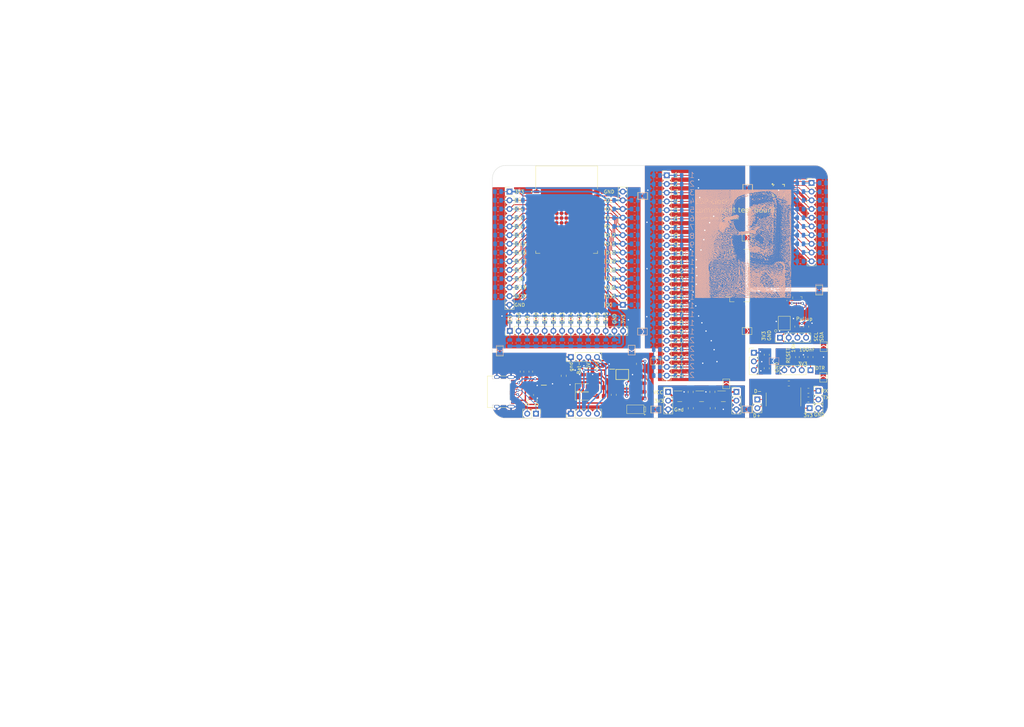
<source format=kicad_pcb>
(kicad_pcb (version 20221018) (generator pcbnew)
  (layers (0 "F.Cu" signal) (31 "B.Cu" signal) (34 "B.Paste" user) (35 "F.Paste" user) (36 "B.SilkS" user "B.Silkscreen") (37 "F.SilkS" user "F.Silkscreen") (38 "B.Mask" user) (39 "F.Mask" user) (44 "Edge.Cuts" user))
  (net 0 "")
  (net 1 "Net-(J1-Pin_1)")
  (net 2 "Net-(J1-Pin_2)")
  (net 3 "Net-(J1-Pin_3)")
  (net 4 "Net-(J1-Pin_4)")
  (net 5 "Net-(J1-Pin_5)")
  (net 6 "Net-(J1-Pin_6)")
  (net 7 "Net-(J1-Pin_7)")
  (net 8 "Net-(J1-Pin_8)")
  (net 9 "Net-(J1-Pin_9)")
  (net 10 "Net-(J1-Pin_10)")
  (net 11 "Net-(J1-Pin_11)")
  (net 12 "Net-(J1-Pin_12)")
  (net 13 "Net-(J1-Pin_13)")
  (net 14 "Net-(J2-Pin_2)")
  (net 15 "Net-(J2-Pin_3)")
  (net 16 "Net-(J2-Pin_4)")
  (net 17 "Net-(J2-Pin_5)")
  (net 18 "Net-(J2-Pin_6)")
  (net 19 "Net-(J2-Pin_7)")
  (net 20 "Net-(J2-Pin_8)")
  (net 21 "Net-(J2-Pin_9)")
  (net 22 "Net-(J2-Pin_10)")
  (net 23 "Net-(J2-Pin_11)")
  (net 24 "Net-(J2-Pin_12)")
  (net 25 "Net-(J2-Pin_13)")
  (net 26 "Net-(J3-Pin_1)")
  (net 27 "Net-(J3-Pin_2)")
  (net 28 "Net-(J3-Pin_3)")
  (net 29 "Net-(J3-Pin_4)")
  (net 30 "Net-(J3-Pin_5)")
  (net 31 "Net-(J3-Pin_6)")
  (net 32 "Net-(J3-Pin_7)")
  (net 33 "Net-(J3-Pin_8)")
  (net 34 "Net-(J3-Pin_9)")
  (net 35 "Net-(J3-Pin_10)")
  (net 36 "Net-(J3-Pin_11)")
  (net 37 "Net-(J3-Pin_12)")
  (net 38 "VCC")
  (net 39 "-BATT")
  (net 40 "Net-(U2-VCC)")
  (net 41 "5V")
  (net 42 "GND")
  (net 43 "Net-(D1-K)")
  (net 44 "Net-(D1-A)")
  (net 45 "Net-(D2-K)")
  (net 46 "Net-(D2-A)")
  (net 47 "Net-(U2-CS)")
  (net 48 "Net-(U3-PROG2)")
  (net 49 "Net-(Q1-D12_1)")
  (net 50 "Net-(Q1-G1)")
  (net 51 "Net-(Q1-G2)")
  (net 53 "3V3")
  (net 54 "Net-(J4-CC1)")
  (net 55 "D+")
  (net 56 "D-")
  (net 58 "Net-(J4-CC2)")
  (net 60 "SCL")
  (net 61 "SDA")
  (net 62 "Net-(U8-V3)")
  (net 63 "Net-(U8-TXD)")
  (net 64 "RX")
  (net 65 "Net-(U8-RXD)")
  (net 66 "TX")
  (net 73 "DTR")
  (net 76 "BAT_VOL")
  (net 77 "RESET")
  (net 78 "S1")
  (net 80 "VDD")
  (net 82 "DRDY")
  (net 84 "VDDIO")
  (net 85 "SETC")
  (net 86 "C1")
  (net 88 "SETP")
  (footprint "Jumper:SolderJumper-2_P1.3mm_Open_TrianglePad1.0x1.5mm" (layer "F.Cu") (at 216.512345 68.069165)
    (fp_text reference "JP14" hide)
    (fp_text value "SolderJumper_2_Open" hide)
  )
  (footprint "TP4056:SOIC127P600X175-9N" (layer "F.Cu") (at 160.03575 113.665)
    (fp_text reference "U3" hide)
    (fp_text value "TP4056" hide)
  )
  (footprint "Resistor_SMD:R_0805_2012Metric" (layer "F.Cu") (at 222.321817 102.205445 -90)
    (fp_text reference "R91" hide)
    (fp_text value "6.8k" hide)
  )
  (footprint "LED_SMD:LED_1206_3216Metric" (layer "F.Cu") (at 168.75375 114.3)
    (fp_text reference "D2" hide)
    (fp_text value "LED" hide)
  )
  (footprint "Jumper:SolderJumper-2_P1.3mm_Open_TrianglePad1.0x1.5mm" (layer "F.Cu") (at 237.578588 83.396614 90)
    (fp_text reference "JP15" hide)
    (fp_text value "SolderJumper_2_Open" hide)
  )
  (footprint "Connector_PinHeader_2.54mm:PinHeader_1x04_P2.54mm_Vertical" (layer "F.Cu") (at 235.0375 106.68 -90)
    (fp_text reference "J16" hide)
    (fp_text value "Conn_01x04_Pin" hide)
  )
  (footprint "Connector_PinHeader_2.54mm:PinHeader_1x14_P2.54mm_Vertical" (layer "F.Cu") (at 180.34 87.63 180)
    (fp_text reference "J1" hide)
    (fp_text value "Conn_01x14_Pin" hide)
  )
  (footprint "Connector_PinHeader_2.54mm:PinHeader_1x02_P2.54mm_Vertical" (layer "F.Cu") (at 237.328642 112.698189)
    (fp_text reference "J11" hide)
    (fp_text value "Conn_01x02_Pin" hide)
  )
  (footprint "Connector_PinHeader_2.54mm:PinHeader_1x03_P2.54mm_Vertical" (layer "F.Cu") (at 213.4475 113.03)
    (fp_text reference "J8" hide)
    (fp_text value "Conn_01x03_Pin" hide)
  )
  (footprint "Resistor_SMD:R_0805_2012Metric" (layer "F.Cu") (at 235.0375 102.87 90)
    (fp_text reference "C6" hide)
    (fp_text value "0.1uF" hide)
  )
  (footprint "Jumper:SolderJumper-2_P1.3mm_Open_TrianglePad1.0x1.5mm" (layer "F.Cu") (at 238.769594 108.77507 90)
    (fp_text reference "JP11" hide)
    (fp_text value "SolderJumper_2_Open" hide)
  )
  (footprint "Capacitor_SMD:C_0805_2012Metric" (layer "F.Cu") (at 206.528763 117.79 90)
    (fp_text reference "C11" hide)
    (fp_text value "1uF" hide)
  )
  (footprint "Jumper:SolderJumper-2_P1.3mm_Open_TrianglePad1.0x1.5mm" (layer "F.Cu") (at 189.876841 118.167367)
    (fp_text reference "JP3" hide)
    (fp_text value "SolderJumper_2_Open" hide)
  )
  (footprint "Connector_FFC-FPC:Hirose_FH12-24S-0.5SH_1x24-1MP_P0.50mm_Horizontal" (layer "F.Cu") (at 212.778793 79.085 90)
    (fp_text reference "REF**" hide)
    (fp_text value "Hirose_FH12-24S-0.5SH_1x24-1MP_P0.50mm_Horizontal" hide)
  )
  (footprint "Resistor_SMD:R_0603_1608Metric" (layer "F.Cu") (at 153.51375 107.125 -90)
    (fp_text reference "R85" hide)
    (fp_text value "5.1K" hide)
  )
  (footprint "Capacitor_SMD:C_0805_2012Metric" (layer "F.Cu") (at 186.53375 109.54 90)
    (fp_text reference "C1" hide)
    (fp_text value "100nF" hide)
  )
  (footprint "Connector_PinHeader_2.54mm:PinHeader_1x04_P2.54mm_Vertical" (layer "F.Cu") (at 165.1875 102.87 90)
    (fp_text reference "J6" hide)
    (fp_text value "Conn_01x04_Pin" hide)
  )
  (footprint "FS8205A:SOP65P640X120-8N" (layer "F.Cu") (at 180.18375 107.95)
    (fp_text reference "Q1" hide)
    (fp_text value "FS8205A" hide)
  )
  (footprint "Jumper:SolderJumper-2_P1.3mm_Open_TrianglePad1.0x1.5mm" (layer "F.Cu") (at 189.908867 104.139999)
    (fp_text reference "JP17" hide)
    (fp_text value "SolderJumper_2_Open" hide)
  )
  (footprint "Jumper:SolderJumper-2_P1.3mm_Open_TrianglePad1.0x1.5mm" (layer "F.Cu") (at 216.564815 95.282315)
    (fp_text reference "JP9" hide)
    (fp_text value "SolderJumper_2_Open" hide)
  )
  (footprint "Package_TO_SOT_SMD:SOT-23" (layer "F.Cu") (at 209.6375 114.3)
    (fp_text reference "U5" hide)
    (fp_text value "XC6206PxxxMR" hide)
  )
  (footprint "Jumper:SolderJumper-2_P1.3mm_Open_TrianglePad1.0x1.5mm" (layer "F.Cu") (at 216.65864 53.530628)
    (fp_text reference "JP13" hide)
    (fp_text value "SolderJumper_2_Open" hide)
  )
  (footprint "Resistor_SMD:R_0805_2012Metric" (layer "F.Cu") (at 173.83375 114.3 180)
    (fp_text reference "R3" hide)
    (fp_text value "1k" hide)
  )
  (footprint "Capacitor_SMD:C_0805_2012Metric" (layer "F.Cu") (at 200.175312 117.79 90)
    (fp_text reference "C10" hide)
    (fp_text value "0.1uF" hide)
  )
  (footprint "Capacitor_SMD:C_0603_1608Metric" (layer "F.Cu") (at 228.6875 86.36 -90)
    (fp_text reference "C12" hide)
    (fp_text value "0.1uF" hide)
  )
  (footprint "Resistor_SMD:R_0805_2012Metric" (layer "F.Cu") (at 232.4975 102.87 90)
    (fp_text reference "C5" hide)
    (fp_text value "0.1uF" hide)
  )
  (footprint "Resistor_SMD:R_0805_2012Metric" (layer "F.Cu") (at 229.9575 102.87 -90)
    (fp_text reference "R90" hide)
    (fp_text value "10K" hide)
  )
  (footprint "Connector_PinHeader_2.54mm:PinHeader_1x03_P2.54mm_Vertical" (layer "F.Cu") (at 193.5575 113.03)
    (fp_text reference "J7" hide)
    (fp_text value "Conn_01x03_Pin" hide)
  )
  (footprint "Connector_PinHeader_2.54mm:PinHeader_1x14_P2.54mm_Vertical" (layer "F.Cu") (at 147.32 54.61)
    (fp_text reference "J2" hide)
    (fp_text value "Conn_01x14_Pin" hide)
  )
  (footprint "Jumper:SolderJumper-2_P1.3mm_Open_TrianglePad1.0x1.5mm" (layer "F.Cu") (at 144.502526 101.148974 90)
    (fp_text reference "JP1" hide)
    (fp_text value "SolderJumper_2_Open" hide)
  )
  (footprint "Resistor_SMD:R_0805_2012Metric" (layer "F.Cu") (at 153.583171 113.929751 90)
    (fp_text reference "R5" hide)
    (fp_text value "1k" hide)
  )
  (footprint "Connector_PinHeader_2.54mm:PinHeader_1x02_P2.54mm_Vertical" (layer "F.Cu") (at 234.788642 117.778189 90)
    (fp_text reference "J12" hide)
    (fp_text value "Conn_01x02_Pin" hide)
  )
  (footprint "Resistor_SMD:R_0805_2012Metric" (layer "F.Cu") (at 234.431142 115.238189)
    (fp_text reference "R89" hide)
    (fp_text value "1K" hide)
  )
  (footprint "Capacitor_SMD:C_0805_2012Metric" (layer "F.Cu") (at 163.111509 108.335021 90)
    (fp_text reference "C3" hide)
    (fp_text value "100nF" hide)
  )
  (footprint "Jumper:SolderJumper-2_P1.3mm_Open_TrianglePad1.0x1.5mm" (layer "F.Cu") (at 210.495473 110.686 90)
    (fp_text reference "JP10" hide)
    (fp_text value "SolderJumper_2_Open" hide)
  )
  (footprint "Connector_PinHeader_2.54mm:PinHeader_1x24_P2.54mm_Vertical" (layer "F.Cu") (at 193.148793 49.855)
    (fp_text reference "REF**" hide)
    (fp_text value "PinHeader_1x24_P2.54mm_Vertical" hide)
  )
  (footprint "Package_TO_SOT_SMD:SOT-23" (layer "F.Cu") (at 196.9375 114.3)
    (fp_text reference "U4" hide)
    (fp_text value "XC6206PxxxMR" hide)
  )
  (footprint "Resistor_SMD:R_0805_2012Metric" (layer "F.Cu") (at 222.27477 106.157427 -90)
    (fp_text reference "R92" hide)
    (fp_text value "2.2K" hide)
  )
  (footprint "Connector_PinHeader_2.54mm:PinHeader_1x04_P2.54mm_Vertical" (layer "F.Cu") (at 226.1475 97.213553 90)
    (fp_text reference "J13" hide)
    (fp_text value "Conn_01x04_Pin" hide)
  )
  (footprint "Jumper:SolderJumper-2_P1.3mm_Open_TrianglePad1.0x1.5mm" (layer "F.Cu") (at 186.060406 95.436444)
    (fp_text reference "JP5" hide)
    (fp_text value "SolderJumper_2_Open" hide)
  )
  (footprint "Jumper:SolderJumper-2_P1.3mm_Open_TrianglePad1.0x1.5mm" (layer "F.Cu") (at 216.499603 118.11)
    (fp_text reference "JP2" hide)
    (fp_text value "SolderJumper_2_Open" hide)
  )
  (footprint "Jumper:SolderJumper-2_P1.3mm_Open_TrianglePad1.0x1.5mm" (layer "F.Cu") (at 186.0525 55.88)
    (fp_text reference "JP8" hide)
    (fp_text value "SolderJumper_2_Open" hide)
  )
  (footprint "Resistor_SMD:R_0805_2012Metric" (layer "F.Cu") (at 177.71928 113.88347 90)
    (fp_text reference "R4" hide)
    (fp_text value "1k" hide)
  )
  (footprint "Resistor_SMD:R_0805_2012Metric" (layer "F.Cu") (at 186.53375 113.9425 -90)
    (fp_text reference "R1" hide)
    (fp_text value "100" hide)
  )
  (footprint "Capacitor_SMD:C_0805_2012Metric" (layer "F.Cu") (at 200.102115 113.034478 -90)
    (fp_text reference "C9" hide)
    (fp_text value "1uF" hide)
  )
  (footprint "Connector_PinHeader_2.54mm:PinHeader_1x10_P2.54mm_Vertical" (layer "F.Cu") (at 235.361227 52.07)
    (fp_text reference "J14" hide)
    (fp_text value "Conn_01x10_Pin" hide)
  )
  (footprint "Resistor_SMD:R_0805_2012Metric" (layer "F.Cu") (at 233.7675 93.98 -90)
    (fp_text reference "R87" hide)
    (fp_text value "51K" hide)
  )
  (footprint "Connector_PinHeader_2.54mm:PinHeader_1x02_P2.54mm_Vertical" (layer "F.Cu") (at 155.0275 119.38 -90)
    (fp_text reference "J10" hide)
    (fp_text value "Conn_01x02_Pin" hide)
  )
  (footprint "Resistor_SMD:R_0805_2012Metric" (layer "F.Cu") (at 234.431142 112.698189)
    (fp_text reference "R88" hide)
    (fp_text value "1K" hide)
  )
  (footprint "esp32 footprint:XCVR_ESP32-S3-WROOM-1-N16R2" (layer "F.Cu") (at 163.97 59.87)
    (fp_text reference "U1" hide)
    (fp_text value "ESP32-S3-WROOM-1-N16R2" hide)
  )
  (footprint "Connector_USB:USB_C_Receptacle_XKB_U262-16XN-4BVC11" (layer "F.Cu") (at 144.672314 113.004952 -90)
    (fp_text reference "J4" hide)
    (fp_text value "USB_C_Receptacle" hide)
  )
  (footprint "DW01A:SOT95P190X145-6N" (layer "F.Cu") (at 182.25375 113.03)
    (fp_text reference "U2" hide)
    (fp_text value "DW01A-G" hide)
  )
  (footprint "Resistor_SMD:R_0805_2012Metric" (layer "F.Cu") (at 173.83375 111.76 180)
    (fp_text reference "R2" hide)
    (fp_text value "1k" hide)
  )
  (footprint "Resistor_SMD:R_0805_2012Metric" (layer "F.Cu") (at 231.2275 93.98 -90)
    (fp_text reference "R86" hide)
    (fp_text value "51K" hide)
  )
  (footprint "Connector_PinHeader_2.54mm:PinHeader_1x14_P2.54mm_Vertical" (layer "F.Cu") (at 147.4075 95.25 90)
    (fp_text reference "J3" hide)
    (fp_text value "Conn_01x14_Pin" hide)
  )
  (footprint "Package_LGA:Bosch_LGA-8_2x2.5mm_P0.65mm_ClockwisePinNumbering" (layer "F.Cu") (at 231.2275 86.36)
    (fp_text reference "U7" hide)
    (fp_text value "AHT20" hide)
  )
  (footprint "" (layer "F.Cu") (at 228.6875 85.585)
    (fp_text reference "" hide)
    (fp_text value "" hide)
  )
  (footprint "Jumper:SolderJumper-2_P1.3mm_Open_TrianglePad1.0x1.5mm" (layer "F.Cu") (at 182.910132 100.838278 -90)
    (fp_text reference "JP4" hide)
    (fp_text value "SolderJumper_2_Open" hide)
  )
  (footprint "Jumper:SolderJumper-2_P1.3mm_Open_TrianglePad1.0x1.5mm" (layer "F.Cu") (at 238.861862 99.82762 90)
    (fp_text reference "JP16" hide)
    (fp_text value "SolderJumper_2_Open" hide)
  )
  (footprint "LED_SMD:LED_1206_3216Metric" (layer "F.Cu") (at 168.75375 111.76)
    (fp_text reference "D1" hide)
    (fp_text value "LED" hide)
  )
  (footprint "Package_TO_SOT_SMD:SOT-23" (layer "F.Cu") (at 203.2875 114.3)
    (fp_text reference "U6" hide)
    (fp_text value "XC6206PxxxMR" hide)
  )
  (footprint "Connector_PinHeader_2.54mm:PinHeader_1x03_P2.54mm_Vertical" (layer "F.Cu") (at 218.5275 101.6)
    (fp_text reference "J15" hide)
    (fp_text value "Conn_01x03_Pin" hide)
  )
  (footprint "Package_SO:SOIC-16_3.9x9.9mm_P1.27mm" (layer "F.Cu") (at 227.168642 115.238189 -90)
    (fp_text reference "U8" hide)
    (fp_text value "CH340C" hide)
  )
  (footprint "HMC5883L:LPCC-16" (layer "F.Cu") (at 225.741955 54.204455)
    (fp_text reference "U9" hide)
    (fp_text value "HMC5883L" hide)
  )
  (footprint "Capacitor_SMD:C_0805_2012Metric" (layer "F.Cu") (at 185.058785 104.851044 -90)
    (fp_text reference "C2" hide)
    (fp_text value "10uF" hide)
  )
  (footprint "Capacitor_SMD:C_0805_2012Metric" (layer "F.Cu") (at 228.738049 110.566932 180)
    (fp_text reference "C4" hide)
    (fp_text value "0.1uF" hide)
  )
  (footprint "Connector_PinHeader_2.54mm:PinHeader_1x02_P2.54mm_Vertical" (layer "F.Cu") (at 219.548642 115.238189)
    (fp_text reference "J9" hide)
    (fp_text value "Conn_01x02_Pin" hide)
  )
  (footprint "fish_watch:AHT20" (layer "F.Cu") (at 227.4175 92.98 90)
    (fp_text reference "U7" hide)
    (fp_text value "AHT20" hide)
  )
  (footprint "Capacitor_SMD:C_0805_2012Metric" (layer "F.Cu") (at 206.458542 113.018648 -90)
    (fp_text reference "C8" hide)
    (fp_text value "0.1uF" hide)
  )
  (footprint "Resistor_SMD:R_0603_1608Metric" (layer "F.Cu") (at 150.97375 107.125 -90)
    (fp_text reference "R84" hide)
    (fp_text value "5.1K" hide)
  )
  (footprint "Connector_PinHeader_2.54mm:PinHeader_1x04_P2.54mm_Vertical" (layer "F.Cu") (at 165.1875 119.38 90)
    (fp_text reference "J5" hide)
    (fp_text value "Conn_01x04_Pin" hide)
  )
  (footprint "fish_watch:battery pad" (layer "F.Cu") (at 183.99375 118.11 180)
    (fp_text reference "BT1" hide)
    (fp_text value "Battery_Cell" hide)
  )
  (footprint "Resistor_SMD:R_0805_2012Metric" (layer "B.Cu") (at 162.6475 91.7975 -90)
    (fp_text reference "R71" hide)
    (fp_text value "1k" hide)
  )
  (footprint "Resistor_SMD:R_0805_2012Metric" (layer "B.Cu") (at 162.6475 98.7025 90)
    (fp_text reference "R70" hide)
    (fp_text value "1k" hide)
  )
  (footprint "Resistor_SMD:R_0805_2012Metric" (layer "B.Cu") (at 176.8875 69.85)
    (fp_text reference "R20" hide)
    (fp_text value "1k" hide)
  )
  (footprint "Resistor_SMD:R_0805_2012Metric" (layer "B.Cu") (at 150.305 54.61 180)
    (fp_text reference "R32" hide)
    (fp_text value "1k" hide)
  )
  (footprint "Resistor_SMD:R_0805_2012Metric" (layer "B.Cu") (at 238.629422 54.636334 180)
    (fp_text reference "R7" hide)
    (fp_text value "1k" hide)
  )
  (footprint "Resistor_SMD:R_0805_2012Metric" (layer "B.Cu") (at 144.025 80.01)
    (fp_text reference "R55" hide)
    (fp_text value "1k" hide)
  )
  (footprint "Resistor_SMD:R_0805_2012Metric" (layer "B.Cu") (at 238.629422 57.145144 180)
    (fp_text reference "R31" hide)
    (fp_text value "1k" hide)
  )
  (footprint "Resistor_SMD:R_0805_2012Metric" (layer "B.Cu") (at 196.58 103.230485 180)
    (fp_text reference "R15" hide)
    (fp_text value "1k" hide)
  )
  (footprint "Resistor_SMD:R_0805_2012Metric" (layer "B.Cu") (at 232.091955 67.315645)
    (fp_text reference "R29" hide)
    (fp_text value "1k" hide)
  )
  (footprint "Resistor_SMD:R_0805_2012Metric" (layer "B.Cu") (at 167.7275 91.7975 -90)
    (fp_text reference "R75" hide)
    (fp_text value "1k" hide)
  )
  (footprint "Resistor_SMD:R_0805_2012Metric" (layer "B.Cu") (at 232.091955 72.364455)
    (fp_text reference "R7" hide)
    (fp_text value "1k" hide)
  )
  (footprint "Resistor_SMD:R_0805_2012Metric" (layer "B.Cu") (at 144.025 85.09)
    (fp_text reference "R57" hide)
    (fp_text value "1k" hide)
  )
  (footprint "Resistor_SMD:R_0805_2012Metric" (layer "B.Cu") (at 232.091955 52.075645)
    (fp_text reference "R17" hide)
    (fp_text value "1k" hide)
  )
  (footprint "Resistor_SMD:R_0805_2012Metric" (layer "B.Cu") (at 144.025 72.39)
    (fp_text reference "R52" hide)
    (fp_text value "1k" hide)
  )
  (footprint "Resistor_SMD:R_0805_2012Metric" (layer "B.Cu") (at 183.7925 57.15 180)
    (fp_text reference "R31" hide)
    (fp_text value "1k" hide)
  )
  (footprint "Resistor_SMD:R_0805_2012Metric" (layer "B.Cu") (at 183.7925 77.47 180)
    (fp_text reference "R15" hide)
    (fp_text value "1k" hide)
  )
  (footprint "Resistor_SMD:R_0805_2012Metric" (layer "B.Cu") (at 160.1075 98.7025 90)
    (fp_text reference "R68" hide)
    (fp_text value "1k" hide)
  )
  (footprint "Resistor_SMD:R_0805_2012Metric" (layer "B.Cu") (at 150.305 59.69 180)
    (fp_text reference "R34" hide)
    (fp_text value "1k" hide)
  )
  (footprint "Resistor_SMD:R_0805_2012Metric" (layer "B.Cu") (at 183.7925 62.23 180)
    (fp_text reference "R27" hide)
    (fp_text value "1k" hide)
  )
  (footprint "Resistor_SMD:R_0805_2012Metric" (layer "B.Cu") (at 232.091955 74.904455)
    (fp_text reference "R9" hide)
    (fp_text value "1k" hide)
  )
  (footprint "Resistor_SMD:R_0805_2012Metric" (layer "B.Cu") (at 155.0275 98.7725 90)
    (fp_text reference "R64" hide)
    (fp_text value "1k" hide)
  )
  (footprint "Resistor_SMD:R_0805_2012Metric" (layer "B.Cu") (at 196.58 87.990485 180)
    (fp_text reference "R27" hide)
    (fp_text value "1k" hide)
  )
  (footprint "Resistor_SMD:R_0805_2012Metric" (layer "B.Cu") (at 190.252595 77.799403)
    (fp_text reference "R7" hide)
    (fp_text value "1k" hide)
  )
  (footprint "Resistor_SMD:R_0805_2012Metric" (layer "B.Cu") (at 238.629422 72.385144 180)
    (fp_text reference "R19" hide)
    (fp_text value "1k" hide)
  )
  (footprint "Resistor_SMD:R_0805_2012Metric" (layer "B.Cu") (at 150.305 72.39 180)
    (fp_text reference "R39" hide)
    (fp_text value "1k" hide)
  )
  (footprint "Resistor_SMD:R_0805_2012Metric" (layer "B.Cu") (at 196.58 65.161675 180)
    (fp_text reference "R19" hide)
    (fp_text value "1k" hide)
  )
  (footprint "Resistor_SMD:R_0805_2012Metric" (layer "B.Cu") (at 196.58 52.461675 180)
    (fp_text reference "R29" hide)
    (fp_text value "1k" hide)
  )
  (footprint "Resistor_SMD:R_0805_2012Metric" (layer "B.Cu") (at 143.955 64.77)
    (fp_text reference "R49" hide)
    (fp_text value "1k" hide)
  )
  (footprint "Resistor_SMD:R_0805_2012Metric" (layer "B.Cu") (at 196.58 90.530485 180)
    (fp_text reference "R25" hide)
    (fp_text value "1k" hide)
  )
  (footprint "Resistor_SMD:R_0805_2012Metric" (layer "B.Cu") (at 190.252595 65.130593)
    (fp_text reference "R23" hide)
    (fp_text value "1k" hide)
  )
  (footprint "Resistor_SMD:R_0805_2012Metric" (layer "B.Cu") (at 196.58 100.690485 180)
    (fp_text reference "R17" hide)
    (fp_text value "1k" hide)
  )
  (footprint "Resistor_SMD:R_0805_2012Metric" (layer "B.Cu") (at 172.8075 91.7975 -90)
    (fp_text reference "R79" hide)
    (fp_text value "1k" hide)
  )
  (footprint "Resistor_SMD:R_0805_2012Metric" (layer "B.Cu") (at 196.58 60.081675 180)
    (fp_text reference "R23" hide)
    (fp_text value "1k" hide)
  )
  (footprint "Resistor_SMD:R_0805_2012Metric" (layer "B.Cu") (at 190.252595 70.210593)
    (fp_text reference "R27" hide)
    (fp_text value "1k" hide)
  )
  (footprint "Resistor_SMD:R_0805_2012Metric" (layer "B.Cu") (at 190.252595 52.430593)
    (fp_text reference "R13" hide)
    (fp_text value "1k" hide)
  )
  (footprint "Resistor_SMD:R_0805_2012Metric" (layer "B.Cu") (at 196.58 77.861675 180)
    (fp_text reference "R9" hide)
    (fp_text value "1k" hide)
  )
  (footprint "Resistor_SMD:R_0805_2012Metric" (layer "B.Cu") (at 196.58 93.070485 180)
    (fp_text reference "R23" hide)
    (fp_text value "1k" hide)
  )
  (footprint "Resistor_SMD:R_0805_2012Metric" (layer "B.Cu") (at 196.58 108.310485 180)
    (fp_text reference "R11" hide)
    (fp_text value "1k" hide)
  )
  (footprint "Resistor_SMD:R_0805_2012Metric" (layer "B.Cu") (at 147.4075 91.7975 -90)
    (fp_text reference "R59" hide)
    (fp_text value "1k" hide)
  )
  (footprint "Resistor_SMD:R_0805_2012Metric" (layer "B.Cu") (at 183.7925 82.55 180)
    (fp_text reference "R11" hide)
    (fp_text value "1k" hide)
  )
  (footprint "Jumper:SolderJumper-2_P1.3mm_Open_TrianglePad1.0x1.5mm" (layer "B.Cu") (at 182.904796 100.839363 -90)
    (fp_text reference "JP6" hide)
    (fp_text value "SolderJumper_2_Open" hide)
  )
  (footprint "Resistor_SMD:R_0805_2012Metric" (layer "B.Cu") (at 196.58 105.770485 180)
    (fp_text reference "R13" hide)
    (fp_text value "1k" hide)
  )
  (footprint "Resistor_SMD:R_0805_2012Metric" (layer "B.Cu") (at 190.252595 103.199403)
    (fp_text reference "R27" hide)
    (fp_text value "1k" hide)
  )
  (footprint "Jumper:SolderJumper-2_P1.3mm_Open_TrianglePad1.0x1.5mm" (layer "B.Cu") (at 224.432259 104.068187 180)
    (fp_text reference "JP12" hide)
    (fp_text value "SolderJumper_2_Open" hide)
  )
  (footprint "Resistor_SMD:R_0805_2012Metric" (layer "B.Cu") (at 190.252595 105.739403)
    (fp_text reference "R29" hide)
    (fp_text value "1k" hide)
  )
  (footprint "Resistor_SMD:R_0805_2012Metric" (layer "B.Cu") (at 149.9475 98.77208 90)
    (fp_text reference "R60" hide)
    (fp_text value "1k" hide)
  )
  (footprint "Resistor_SMD:R_0805_2012Metric" (layer "B.Cu") (at 176.8875 62.23)
    (fp_text reference "R26" hide)
    (fp_text value "1k" hide)
  )
  (footprint "Resistor_SMD:R_0805_2012Metric" (layer "B.Cu") (at 183.7925 74.93 180)
    (fp_text reference "R17" hide)
    (fp_text value "1k" hide)
  )
  (footprint "Resistor_SMD:R_0805_2012Metric" (layer "B.Cu") (at 150.305 77.47 180)
    (fp_text reference "R41" hide)
    (fp_text value "1k" hide)
  )
  (footprint "Resistor_SMD:R_0805_2012Metric" (layer "B.Cu") (at 196.58 95.610485 180)
    (fp_text reference "R21" hide)
    (fp_text value "1k" hide)
  )
  (footprint "Resistor_SMD:R_0805_2012Metric" (layer "B.Cu") (at 190.252595 108.279403)
    (fp_text reference "R31" hide)
    (fp_text value "1k" hide)
  )
  (footprint "Resistor_SMD:R_0805_2012Metric" (layer "B.Cu") (at 183.7925 67.31 180)
    (fp_text reference "R23" hide)
    (fp_text value "1k" hide)
  )
  (footprint "LOGO" (layer "B.Cu") (at 215.3525 69.85 -90)
    (fp_text reference "G***" hide)
    (fp_text value "LOGO" hide)
  )
  (footprint "Resistor_SMD:R_0805_2012Metric" (layer "B.Cu") (at 183.7925 69.85 180)
    (fp_text reference "R21" hide)
    (fp_text value "1k" hide)
  )
  (footprint "Resistor_SMD:R_0805_2012Metric" (layer "B.Cu") (at 144.025 77.47)
    (fp_text reference "R54" hide)
    (fp_text value "1k" hide)
  )
  (footprint "Resistor_SMD:R_0805_2012Metric" (layer "B.Cu") (at 232.091955 64.775645)
    (fp_text reference "R27" hide)
    (fp_text value "1k" hide)
  )
  (footprint "Resistor_SMD:R_0805_2012Metric" (layer "B.Cu") (at 183.7925 59.69 180)
    (fp_text reference "R29" hide)
    (fp_text value "1k" hide)
  )
  (footprint "Resistor_SMD:R_0805_2012Metric" (layer "B.Cu") (at 196.58 62.621675 180)
    (fp_text reference "R21" hide)
    (fp_text value "1k" hide)
  )
  (footprint "Resistor_SMD:R_0805_2012Metric" (layer "B.Cu") (at 176.8875 64.77)
    (fp_text reference "R24" hide)
    (fp_text value "1k" hide)
  )
  (footprint "Resistor_SMD:R_0805_2012Metric" (layer "B.Cu") (at 177.8875 91.7975 -90)
    (fp_text reference "R83" hide)
    (fp_text value "1k" hide)
  )
  (footprint "Resistor_SMD:R_0805_2012Metric" (layer "B.Cu") (at 144.025 69.85)
    (fp_text reference "R51" hide)
    (fp_text value "1k" hide)
  )
  (footprint "Resistor_SMD:R_0805_2012Metric" (layer "B.Cu") (at 143.955 57.15)
    (fp_text reference "R46" hide)
    (fp_text value "1k" hide)
  )
  (footprint "Resistor_SMD:R_0805_2012Metric" (layer "B.Cu") (at 176.8875 72.39)
    (fp_text reference "R18" hide)
    (fp_text value "1k" hide)
  )
  (footprint "Resistor_SMD:R_0805_2012Metric" (layer "B.Cu") (at 190.252595 98.119403)
    (fp_text reference "R23" hide)
    (fp_text value "1k" hide)
  )
  (footprint "Resistor_SMD:R_0805_2012Metric" (layer "B.Cu") (at 150.305 85.09 180)
    (fp_text reference "R44" hide)
    (fp_text value "1k" hide)
  )
  (footprint "Resistor_SMD:R_0805_2012Metric" (layer "B.Cu") (at 175.3475 91.7975 -90)
    (fp_text reference "R81" hide)
    (fp_text value "1k" hide)
  )
  (footprint "Resistor_SMD:R_0805_2012Metric" (layer "B.Cu") (at 150.305 64.77 180)
    (fp_text reference "R36" hide)
    (fp_text value "1k" hide)
  )
  (footprint "Resistor_SMD:R_0805_2012Metric" (layer "B.Cu") (at 196.58 82.910485 180)
    (fp_text reference "R31" hide)
    (fp_text value "1k" hide)
  )
  (footprint "Resistor_SMD:R_0805_2012Metric" (layer "B.Cu") (at 190.252595 60.050593)
    (fp_text reference "R19" hide)
    (fp_text value "1k" hide)
  )
  (footprint "Resistor_SMD:R_0805_2012Metric" (layer "B.Cu") (at 176.8875 77.47)
    (fp_text reference "R14" hide)
    (fp_text value "1k" hide)
  )
  (footprint "Resistor_SMD:R_0805_2012Metric" (layer "B.Cu") (at 190.252595 49.890593)
    (fp_text reference "R11" hide)
    (fp_text value "1k" hide)
  )
  (footprint "Resistor_SMD:R_0805_2012Metric" (layer "B.Cu") (at 190.252595 85.419403)
    (fp_text reference "R13" hide)
    (fp_text value "1k" hide)
  )
  (footprint "Resistor_SMD:R_0805_2012Metric" (layer "B.Cu") (at 176.8875 59.69)
    (fp_text reference "R28" hide)
    (fp_text value "1k" hide)
  )
  (footprint "Resistor_SMD:R_0805_2012Metric" (layer "B.Cu") (at 170.2675 98.7725 90)
    (fp_text reference "R76" hide)
    (fp_text value "1k" hide)
  )
  (footprint "Resistor_SMD:R_0805_2012Metric" (layer "B.Cu") (at 232.091955 62.235645)
    (fp_text reference "R25" hide)
    (fp_text value "1k" hide)
  )
  (footprint "Resistor_SMD:R_0805_2012Metric" (layer "B.Cu") (at 190.252595 54.970593)
    (fp_text reference "R15" hide)
    (fp_text value "1k" hide)
  )
  (footprint "Resistor_SMD:R_0805_2012Metric" (layer "B.Cu") (at 190.252595 72.750593)
    (fp_text reference "R29" hide)
    (fp_text value "1k" hide)
  )
  (footprint "Resistor_SMD:R_0805_2012Metric" (layer "B.Cu") (at 190.252595 87.959403)
    (fp_text reference "R15" hide)
    (fp_text value "1k" hide)
  )
  (footprint "Jumper:SolderJumper-2_P1.3mm_Open_TrianglePad1.0x1.5mm" (layer "B.Cu") (at 190.09199 118.146995 180)
    (fp_text reference "JP24" hide)
    (fp_text value "SolderJumper_2_Open" hide)
  )
  (footprint "Resistor_SMD:R_0805_2012Metric" (layer "B.Cu") (at 143.955 62.23)
    (fp_text reference "R48" hide)
    (fp_text value "1k" hide)
  )
  (footprint "Resistor_SMD:R_0805_2012Metric" (layer "B.Cu") (at 144.025 82.55)
    (fp_text reference "R56" hide)
    (fp_text value "1k" hide)
  )
  (footprint "Resistor_SMD:R_0805_2012Metric" (layer "B.Cu") (at 175.3475 98.7725 90)
    (fp_text reference "R80" hide)
    (fp_text value "1k" hide)
  )
  (footprint "Resistor_SMD:R_0805_2012Metric" (layer "B.Cu") (at 183.7925 80.01 180)
    (fp_text reference "R13" hide)
    (fp_text value "1k" hide)
  )
  (footprint "Jumper:SolderJumper-2_P1.3mm_Open_TrianglePad1.0x1.5mm" (layer "B.Cu") (at 144.509848 100.857491 -90)
    (fp_text reference "JP18" hide)
    (fp_text value "SolderJumper_2_Open" hide)
  )
  (footprint "Resistor_SMD:R_0805_2012Metric" (layer "B.Cu") (at 176.8875 80.01)
    (fp_text reference "R12" hide)
    (fp_text value "1k" hide)
  )
  (footprint "Resistor_SMD:R_0805_2012Metric" (layer "B.Cu") (at 150.305 74.93 180)
    (fp_text reference "R40" hide)
    (fp_text value "1k" hide)
  )
  (footprint "Resistor_SMD:R_0805_2012Metric" (layer "B.Cu") (at 190.252595 93.039403)
    (fp_text reference "R19" hide)
    (fp_text value "1k" hide)
  )
  (footprint "Resistor_SMD:R_0805_2012Metric" (layer "B.Cu") (at 177.8875 98.7725 90)
    (fp_text reference "R82" hide)
    (fp_text value "1k" hide)
  )
  (footprint "Resistor_SMD:R_0805_2012Metric" (layer "B.Cu") (at 150.305 69.85 180)
    (fp_text reference "R38" hide)
    (fp_text value "1k" hide)
  )
  (footprint "Resistor_SMD:R_0805_2012Metric" (layer "B.Cu") (at 238.629422 64.765144 180)
    (fp_text reference "R25" hide)
    (fp_text value "1k" hide)
  )
  (footprint "Resistor_SMD:R_0805_2012Metric" (layer "B.Cu") (at 232.091955 59.695645)
    (fp_text reference "R23" hide)
    (fp_text value "1k" hide)
  )
  (footprint "Resistor_SMD:R_0805_2012Metric" (layer "B.Cu") (at 190.252595 62.590593)
    (fp_text reference "R21" hide)
    (fp_text value "1k" hide)
  )
  (footprint "Resistor_SMD:R_0805_2012Metric" (layer "B.Cu") (at 232.091955 69.855645)
    (fp_text reference "R31" hide)
    (fp_text value "1k" hide)
  )
  (footprint "Resistor_SMD:R_0805_2012Metric" (layer "B.Cu") (at 176.8875 57.15)
    (fp_text reference "R30" hide)
    (fp_text value "1k" hide)
  )
  (footprint "Resistor_SMD:R_0805_2012Metric" (layer "B.Cu") (at 176.8875 74.93)
    (fp_text reference "R16" hide)
    (fp_text value "1k" hide)
  )
  (footprint "Resistor_SMD:R_0805_2012Metric" (layer "B.Cu") (at 196.58 49.921675 180)
    (fp_text reference "R31" hide)
    (fp_text value "1k" hide)
  )
  (footprint "Resistor_SMD:R_0805_2012Metric" (layer "B.Cu") (at 183.7925 85.09 180)
    (fp_text reference "R9" hide)
    (fp_text value "1k" hide)
  )
  (footprint "Resistor_SMD:R_0805_2012Metric" (layer "B.Cu") (at 190.252595 90.499403)
    (fp_text reference "R17" hide)
    (fp_text value "1k" hide)
  )
  (footprint "Resistor_SMD:R_0805_2012Metric" (layer "B.Cu") (at 238.629422 62.225144 180)
    (fp_text reference "R27" hide)
    (fp_text value "1k" hide)
  )
  (footprint "Jumper:SolderJumper-2_P1.3mm_Open_TrianglePad1.0x1.5mm" (layer "B.Cu") (at 216.805078 53.523122 180)
    (fp_text reference "JP23" hide)
    (fp_text value "SolderJumper_2_Open" hide)
  )
  (footprint "Resistor_SMD:R_0805_2012Metric" (layer "B.Cu") (at 190.252595 75.290593)
    (fp_text reference "R31" hide)
    (fp_text value "1k" hide)
  )
  (footprint "Resistor_SMD:R_0805_2012Metric" (layer "B.Cu") (at 238.629422 59.685144 180)
    (fp_text reference "R29" hide)
    (fp_text value "1k" hide)
  )
  (footprint "Resistor_SMD:R_0805_2012Metric" (layer "B.Cu") (at 238.629422 74.925144 180)
    (fp_text reference "R17" hide)
    (fp_text value "1k" hide)
  )
  (footprint "Resistor_SMD:R_0805_2012Metric" (layer "B.Cu") (at 143.955 54.61)
    (fp_text reference "R45" hide)
    (fp_text value "1k" hide)
  )
  (footprint "Resistor_SMD:R_0805_2012Metric" (layer "B.Cu") (at 144.025 67.31)
    (fp_text reference "R50" hide)
    (fp_text value "1k" hide)
  )
  (footprint "Jumper:SolderJumper-2_P1.3mm_Open_TrianglePad1.0x1.5mm" (layer "B.Cu") (at 216.640219 118.11 180)
    (fp_text reference "JP20" hide)
    (fp_text value "SolderJumper_2_Open" hide)
  )
  (footprint "Resistor_SMD:R_0805_2012Metric" (layer "B.Cu") (at 150.305 57.15 180)
    (fp_text reference "R33" hide)
    (fp_text value "1k" hide)
  )
  (footprint "Resistor_SMD:R_0805_2012Metric" (layer "B.Cu") (at 155.0275 91.7975 -90)
    (fp_text reference "R65" hide)
    (fp_text value "1k" hide)
  )
  (footprint "Resistor_SMD:R_0805_2012Metric" (layer "B.Cu") (at 196.58 55.001675 180)
    (fp_text reference "R27" hide)
    (fp_text value "1k" hide)
  )
  (footprint "Resistor_SMD:R_0805_2012Metric" (layer "B.Cu") (at 165.1875 98.7725 90)
    (fp_text reference "R72" hide)
    (fp_text value "1k" hide)
  )
  (footprint "Resistor_SMD:R_0805_2012Metric" (layer "B.Cu") (at 170.2675 91.7975 -90)
    (fp_text reference "R77" hide)
    (fp_text value "1k" hide)
  )
  (footprint "Resistor_SMD:R_0805_2012Metric" (layer "B.Cu") (at 150.305 62.23 180)
    (fp_text reference "R35" hide)
    (fp_text value "1k" hide)
  )
  (footprint "Resistor_SMD:R_0805_2012Metric" (layer "B.Cu") (at 160.1075 91.7975 -90)
    (fp_text reference "R69" hide)
    (fp_text value "1k" hide)
  )
  (footprint "Resistor_SMD:R_0805_2012Metric" (layer "B.Cu") (at 183.7925 64.77 180)
    (fp_text reference "R25" hide)
    (fp_text value "1k" hide)
  )
  (footprint "Resistor_SMD:R_0805_2012Metric" (layer "B.Cu") (at 147.4075 98.7725 90)
    (fp_text reference "R58" hide)
    (fp_text value "1k" hide)
  )
  (footprint "Resistor_SMD:R_0805_2012Metric" (layer "B.Cu") (at 190.252595 67.670593)
    (fp_text reference "R25" hide)
    (fp_text value "1k" hide)
  )
  (footprint "Resistor_SMD:R_0805_2012Metric" (layer "B.Cu") (at 196.58 85.450485 180)
    (fp_text reference "R29" hide)
    (fp_text value "1k" hide)
  )
  (footprint "Resistor_SMD:R_0805_2012Metric" (layer "B.Cu") (at 152.4875 98.7725 90)
    (fp_text reference "R62" hide)
    (fp_text value "1k" hide)
  )
  (footprint "Resistor_SMD:R_0805_2012Metric" (layer "B.Cu") (at 172.8075 98.7725 90)
    (fp_text reference "R78" hide)
    (fp_text value "1k" hide)
  )
  (footprint "Resistor_SMD:R_0805_2012Metric" (layer "B.Cu") (at 176.8875 67.31)
    (fp_text reference "R22" hide)
    (fp_text value "1k" hide)
  )
  (footprint "Resistor_SMD:R_0805_2012Metric" (layer "B.Cu") (at 196.58 98.150485 180)
    (fp_text reference "R19" hide)
    (fp_text value "1k" hide)
  )
  (footprint "Resistor_SMD:R_0805_2012Metric" (layer "B.Cu") (at 190.252595 80.339403)
    (fp_text reference "R9" hide)
    (fp_text value "1k" hide)
  )
  (footprint "Resistor_SMD:R_0805_2012Metric" (layer "B.Cu") (at 190.252595 82.879403)
    (fp_text reference "R11" hide)
    (fp_text value "1k" hide)
  )
  (footprint "Resistor_SMD:R_0805_2012Metric" (layer "B.Cu") (at 238.629422 67.305144 180)
    (fp_text reference "R23" hide)
    (fp_text value "1k" hide)
  )
  (footprint "Resistor_SMD:R_0805_2012Metric" (layer "B.Cu") (at 152.4875 91.7975 -90)
    (fp_text reference "R63" hide)
    (fp_text value "1k" hide)
  )
  (footprint "Resistor_SMD:R_0805_2012Metric" (layer "B.Cu") (at 150.305 80.01 180)
    (fp_text reference "R42" hide)
    (fp_text value "1k" hide)
  )
  (footprint "Resistor_SMD:R_0805_2012Metric" (layer "B.Cu") (at 232.091955 57.155645)
    (fp_text reference "R21" hide)
    (fp_text value "1k" hide)
  )
  (footprint "Resistor_SMD:R_0805_2012Metric" (layer "B.Cu") (at 183.7925 87.63 180)
    (fp_text reference "R7" hide)
    (fp_text value "1k" hide)
  )
  (footprint "Resistor_SMD:R_0805_2012Metric" (layer "B.Cu") (at 190.252595 95.579403)
    (fp_text reference "R21" hide)
    (fp_text value "1k" hide)
  )
  (footprint "Resistor_SMD:R_0805_2012Metric" (layer "B.Cu") (at 176.8875 87.63)
    (fp_text reference "R6" hide)
    (fp_text value "1k" hide)
  )
  (footprint "Resistor_SMD:R_0805_2012Metric" (layer "B.Cu") (at 150.305 67.31 180)
    (fp_text reference "R37" hide)
    (fp_text value "1k" hide)
  )
  (footprint "Resistor_SMD:R_0805_2012Metric" (layer "B.Cu") (at 238.629422 52.096334 180)
    (fp_text reference "R9" hide)
    (fp_text value "1k" hide)
  )
  (footprint "Resistor_SMD:R_0805_2012Metric" (layer "B.Cu") (at 196.58 57.541675 180)
    (fp_text reference "R25" hide)
    (fp_text value "1k" hide)
  )
  (footprint "Resistor_SMD:R_0805_2012Metric" (layer "B.Cu") (at 144.025 74.93)
    (fp_text reference "R53" hide)
    (fp_text value "1k" hide)
  )
  (footprint "Jumper:SolderJumper-2_P1.3mm_Open_TrianglePad1.0x1.5mm" (layer "B.Cu") (at 186.052365 95.450833)
    (fp_text reference "JP7" hide)
    (fp_text value "SolderJumper_2_Open" hide)
  )
  (footprint "Jumper:SolderJumper-2_P1.3mm_Open_TrianglePad1.0x1.5mm" (layer "B.Cu") (at 186.2708 55.888269 180)
    (fp_text reference "JP19" hide)
    (fp_text value "SolderJumper_2_Open" hide)
  )
  (footprint "Resistor_SMD:R_0805_2012Metric" (layer "B.Cu") (at 157.5675 91.7975 -90)
    (fp_text reference "R67" hide)
    (fp_text value "1k" hide)
  )
  (footprint "Resistor_SMD:R_0805_2012Metric" (layer "B.Cu") (at 238.629422 69.845144 180)
    (fp_text reference "R21" hide)
    (fp_text value "1k" hide)
  )
  (footprint "Resistor_SMD:R_0805_2012Metric" (layer "B.Cu") (at 232.091955 54.615645)
    (fp_text reference "R19" hide)
    (fp_text value "1k" hide)
  )
  (footprint "Resistor_SMD:R_0805_2012Metric" (layer "B.Cu") (at 183.7925 72.39 180)
    (fp_text reference "R19" hide)
    (fp_text value "1k" hide)
  )
  (footprint "Resistor_SMD:R_0805_2012Metric" (layer "B.Cu") (at 190.252595 57.510593)
    (fp_text reference "R17" hide)
    (fp_text value "1k" hide)
  )
  (footprint "Resistor_SMD:R_0805_2012Metric" (layer "B.Cu") (at 165.1875 91.7975 -90)
    (fp_text reference "R73" hide)
    (fp_text value "1k" hide)
  )
  (footprint "Resistor_SMD:R_0805_2012Metric" (layer "B.Cu") (at 167.7275 98.7725 90)
    (fp_text reference "R74" hide)
    (fp_text value "1k" hide)
  )
  (footprint "Resistor_SMD:R_0805_2012Metric" (layer "B.Cu") (at 196.58 80.401675 180)
    (fp_text reference "R7" hide)
    (fp_text value "1k" hide)
  )
  (footprint "Resistor_SMD:R_0805_2012Metric" (layer "B.Cu") (at 196.58 75.321675 180)
    (fp_text reference "R11" hide)
    (fp_text value "1k" hide)
  )
  (footprint "Resistor_SMD:R_0805_2012Metric" (layer "B.Cu") (at 157.5675 98.7725 90)
    (fp_text reference "R66" hide)
    (fp_text value "1k" hide)
  )
  (footprint "Resistor_SMD:R_0805_2012Metric" (layer "B.Cu") (at 196.58 72.781675 180)
    (fp_text reference "R13" hide)
    (fp_text value "1k" hide)
  )
  (footprint "Jumper:SolderJumper-2_P1.3mm_Open_TrianglePad1.0x1.5mm" (layer "B.Cu") (at 237.562946 83.070763 -90)
    (fp_text reference "JP21" hide)
    (fp_text value "SolderJumper_2_Open" hide)
  )
  (footprint "Resistor_SMD:R_0805_2012Metric" (layer "B.Cu") (at 196.58 67.701675 180)
    (fp_text reference "R17" hide)
    (fp_text value "1k" hide)
  )
  (footprint "Resistor_SMD:R_0805_2012Metric" (layer "B.Cu") (at 196.58 70.241675 180)
    (fp_text reference "R15" hide)
    (fp_text value "1k" hide)
  )
  (footprint "Resistor_SMD:R_0805_2012Metric" (layer "B.Cu") (at 149.9475 91.7975 -90)
    (fp_text reference "R61" hide)
    (fp_text value "1k" hide)
  )
  (footprint "Resistor_SMD:R_0805_2012Metric" (layer "B.Cu") (at 150.305 82.55 180)
    (fp_text reference "R43" hide)
    (fp_text value "1k" hide)
  )
  (footprint "Resistor_SMD:R_0805_2012Metric" (layer "B.Cu") (at 143.955 59.69)
    (fp_text reference "R47" hide)
    (fp_text value "1k" hide)
  )
  (footprint "Resistor_SMD:R_0805_2012Metric" (layer "B.Cu") (at 176.8875 85.09)
    (fp_text reference "R8" hide)
    (fp_text value "1k" hide)
  )
  (footprint "Resistor_SMD:R_0805_2012Metric" (layer "B.Cu") (at 190.252595 100.659403)
    (fp_text reference "R25" hide)
    (fp_text value "1k" hide)
  )
  (footprint "Resistor_SMD:R_0805_2012Metric" (layer "B.Cu") (at 176.8875 82.55)
    (fp_text reference "R10" hide)
    (fp_text value "1k" hide)
  )
  (gr_line (start 146.137501 120.649999) (end 236.307499 120.649999) (stroke (width 0.1)) (layer "Edge.Cuts"))
  (gr_arc (start 146.137501 120.649999) (mid 143.443424 119.534076) (end 142.327501 116.839999) (stroke (width 0.1)) (layer "Edge.Cuts"))
  (gr_line (start 236.3075 46.99) (end 146.137501 46.990001) (stroke (width 0.1)) (layer "Edge.Cuts"))
  (gr_line (start 147.4075 116.84) (end 142.327501 116.839999) (stroke (width 0.1)) (layer "Edge.Cuts"))
  (gr_line (start 240.117499 116.839999) (end 240.1175 50.8) (stroke (width 0.1)) (layer "Edge.Cuts"))
  (gr_line (start 147.4075 109.22) (end 147.4075 116.84) (stroke (width 0.1)) (layer "Edge.Cuts"))
  (gr_line (start 142.327501 50.800001) (end 142.3275 109.22) (stroke (width 0.1)) (layer "Edge.Cuts"))
  (gr_line (start 142.3275 109.22) (end 147.4075 109.22) (stroke (width 0.1)) (layer "Edge.Cuts"))
  (gr_arc (start 240.117499 116.839999) (mid 239.001576 119.534076) (end 236.307499 120.649999) (stroke (width 0.1)) (layer "Edge.Cuts"))
  (gr_arc (start 236.3075 46.99) (mid 239.001577 48.105923) (end 240.1175 50.8) (stroke (width 0.1)) (layer "Edge.Cuts"))
  (gr_arc (start 142.327501 50.800001) (mid 143.443424 48.105924) (end 146.137501 46.990001) (stroke (width 0.1)) (layer "Edge.Cuts"))
  (gr_text "1\n2\n3\n4\n5\n6\n7\n8\n9\n10\n11\n12\n13\n14\n15\n16\n17\n18\n19\n20\n21\n22\n23\n24" (at 201.3825 48.895) (layer "B.SilkS") (effects (font (size 1.575 1.575)) (justify left top mirror)))
  (gr_text "By Iver Iscariot Søbakk" (at 201.3825 62.865) (layer "F.SilkS") (effects (font (size 0.8 0.8)) (justify left bottom)))
  (gr_text "DTR" (at 236.3675 106.68) (layer "F.SilkS") (effects (font (size 1 1)) (justify left bottom)))
  (gr_text "IO39" (at 174.7125 75.565) (layer "F.SilkS") (effects (font (size 1 1)) (justify left bottom)))
  (gr_text "IO17" (at 148.6775 75.565) (layer "F.SilkS") (effects (font (size 1 1)) (justify left bottom)))
  (gr_text "IO13" (at 163.2825 93.345 90) (layer "F.SilkS") (effects (font (size 1 1)) (justify left bottom)))
  (gr_text "RX" (at 174.7125 65.405) (layer "F.SilkS") (effects (font (size 1 1)) (justify left bottom)))
  (gr_text "3V3" (at 189.375599 116.255106) (layer "F.SilkS") (effects (font (size 1 1)) (justify left bottom)))
  (gr_text "IO6" (at 148.6775 65.405) (layer "F.SilkS") (effects (font (size 1 1)) (justify left bottom)))
  (gr_text "IO35" (at 174.7125 85.725) (layer "F.SilkS") (effects (font (size 1 1)) (justify left bottom)))
  (gr_text "GND" (at 178.5225 93.345 90) (layer "F.SilkS") (effects (font (size 1 1)) (justify left bottom)))
  (gr_text "1\n2\n3\n4\n5\n6\n7\n8\n9\n10\n11\n12\n13\n14\n15\n16\n17\n18\n19\n20\n21\n22\n23\n24" (at 195.0325 48.895) (layer "F.SilkS") (effects (font (size 1.575 1.575)) (justify left top)))
  (gr_text "IO21" (at 168.3625 93.345 90) (layer "F.SilkS") (effects (font (size 1 1)) (justify left bottom)))
  (gr_text "IO20" (at 148.6775 85.725) (layer "F.SilkS") (effects (font (size 1 1)) (justify left bottom)))
  (gr_text "IO7" (at 148.6775 67.945) (layer "F.SilkS") (effects (font (size 1 1)) (justify left bottom)))
  (gr_text "SCL\nSDA" (at 238.861862 98.42762 90) (layer "F.SilkS") (effects (font (size 1 1)) (justify left bottom)))
  (gr_text "IO11" (at 158.2025 93.345 90) (layer "F.SilkS") (effects (font (size 1 1)) (justify left bottom)))
  (gr_text "IO36" (at 174.7125 83.185) (layer "F.SilkS") (effects (font (size 1 1)) (justify left bottom)))
  (gr_text "IO0" (at 174.7125 88.265) (layer "F.SilkS") (effects (font (size 1 1)) (justify left bottom)))
  (gr_text "IO42" (at 174.7125 67.945) (layer "F.SilkS") (effects (font (size 1 1)) (justify left bottom)))
  (gr_text "IO45" (at 175.9825 93.345 90) (layer "F.SilkS") (effects (font (size 1 1)) (justify left bottom)))
  (gr_text "Bat-" (at 168.132278 107.98392 90) (layer "F.SilkS") (effects (font (size 1 1)) (justify left bottom)))
  (gr_text "GND" (at 148.6775 88.265) (layer "F.SilkS") (effects (font (size 1 1)) (justify left bottom)))
  (gr_text "RESET" (at 229.139921 104.812157 90) (layer "F.SilkS") (effects (font (size 1 1)) (justify left bottom)))
  (gr_text "IO4" (at 148.6775 60.325) (layer "F.SilkS") (effects (font (size 1 1)) (justify left bottom)))
  (gr_text "RX\n" (at 238.081776 113.345079) (layer "F.SilkS") (effects (font (size 1 1)) (justify left bottom)))
  (gr_text "IO12" (at 160.7425 93.345 90) (layer "F.SilkS") (effects (font (size 1 1)) (justify left bottom)))
  (gr_text "IO46" (at 150.5825 93.345 90) (layer "F.SilkS") (effects (font (size 1 1)) (justify left bottom)))
  (gr_text "IO40" (at 174.7125 73.025) (layer "F.SilkS") (effects (font (size 1 1)) (justify left bottom)))
  (gr_text "Gnd" (at 195.192446 118.791898) (layer "F.SilkS") (effects (font (size 1 1)) (justify left bottom)))
  (gr_text "IO3" (at 148.0425 93.345 90) (layer "F.SilkS") (effects (font (size 1 1)) (justify left bottom)))
  (gr_text "Vcc" (at 173.258374 106.965971 90) (layer "F.SilkS") (effects (font (size 1 1)) (justify left bottom)))
  (gr_text "IO41" (at 174.7125 70.485) (layer "F.SilkS") (effects (font (size 1 1)) (justify left bottom)))
  (gr_text "IO10" (at 155.6625 93.345 90) (layer "F.SilkS") (effects (font (size 1 1)) (justify left bottom)))
  (gr_text "3V3" (at 148.6775 55.245) (layer "F.SilkS") (effects (font (size 1 1)) (justify left bottom)))
  (gr_text "IO2" (at 174.7125 60.325) (layer "F.SilkS") (effects (font (size 1 1)) (justify left bottom)))
  (gr_text "IO8" (at 148.6775 80.645) (layer "F.SilkS") (effects (font (size 1 1)) (justify left bottom)))
  (gr_text "IO19" (at 148.6775 83.185) (layer "F.SilkS") (effects (font (size 1 1)) (justify left bottom)))
  (gr_text "3v3" (at 232.943561 120.446479) (layer "F.SilkS") (effects (font (size 1 1)) (justify left bottom)))
  (gr_text "IO5" (at 148.6775 62.865) (layer "F.SilkS") (effects (font (size 1 1)) (justify left bottom)))
  (gr_text "100nF" (at 231.645428 101.309157) (layer "F.SilkS") (effects (font (size 1 1)) (justify left bottom)))
  (gr_text "TX" (at 174.7125 62.865) (layer "F.SilkS") (effects (font (size 1 1)) (justify left bottom)))
  (gr_text "D-" (at 155.84419 117.290874 90) (layer "F.SilkS") (effects (font (size 1 1)) (justify left bottom)))
  (gr_text "IO9" (at 153.1225 93.345 90) (layer "F.SilkS") (effects (font (size 1 1)) (justify left bottom)))
  (gr_text "IO14" (at 165.8225 93.345 90) (layer "F.SilkS") (effects (font (size 1 1)) (justify left bottom)))
  (gr_text "GND" (at 174.7125 55.245) (layer "F.SilkS") (effects (font (size 1 1)) (justify left bottom)))
  (gr_text "IO48" (at 173.4425 93.345 90) (layer "F.SilkS") (effects (font (size 1 1)) (justify left bottom)))
  (gr_text "D-" (at 218.474155 113.417789) (layer "F.SilkS") (effects (font (size 1 1)) (justify left bottom)))
  (gr_text "EN" (at 148.6775 57.785) (layer "F.SilkS") (effects (font (size 1 1)) (justify left bottom)))
  (gr_text "3V3" (at 231.272765 105.426157) (layer "F.SilkS") (effects (font (size 1 1)) (justify left bottom)))
  (gr_text "IO37" (at 174.7125 80.645) (layer "F.SilkS") (effects (font (size 1 1)) (justify left bottom)))
  (gr_text "IO18" (at 148.6775 78.105) (layer "F.SilkS") (effects (font (size 1 1)) (justify left bottom)))
  (gr_text "D+" (at 218.183313 120.519189) (layer "F.SilkS") (effects (font (size 1 1)) (justify left bottom)))
  (gr_text "IO16" (at 148.6775 73.025) (layer "F.SilkS") (effects (font (size 1 1)) (justify left bottom)))
  (gr_text "3V3\nGND" (at 223.597759 98.189908 90) (layer "F.SilkS") (effects (font (size 1 1)) (justify left bottom)))
  (gr_text "IO47" (at 170.9025 93.345 90) (layer "F.SilkS") (effects (font (size 1 1)) (justify left bottom)))
  (gr_text "GND" (at 235.973169 120.276821) (layer "F.SilkS") (effects (font (size 1 1)) (justify left bottom)))
  (gr_text "ESP-clock,\ncomponent test board" (at 201.3825 60.96) (layer "F.SilkS") (effects (font (size 1.5 1.5)) (justify left bottom)))
  (gr_text "3V3" (at 181.0625 93.345 90) (layer "F.SilkS") (effects (font (size 1 1)) (justify left bottom)))
  (gr_text "gnd" (at 165.805539 107.147748 90) (layer "F.SilkS") (effects (font (size 1 1)) (justify left bottom)))
  (gr_text "D+" (at 153.081188 117.254519 90) (layer "F.SilkS") (effects (font (size 1 1)) (justify left bottom)))
  (gr_text "10k" (at 230.61029 101.645207 90) (layer "F.SilkS") (effects (font (size 1 1)) (justify left bottom)))
  (gr_text "TX" (at 238.658642 115.268189) (layer "F.SilkS") (effects (font (size 1 1)) (justify left bottom)))
  (gr_text "GND\n" (at 225.82755 107.510527 90) (layer "F.SilkS") (effects (font (size 1 1)) (justify left bottom)))
  (gr_text "5V\n" (at 170.858925 106.420642 90) (layer "F.SilkS") (effects (font (size 1 1)) (justify left bottom)))
  (gr_text "VCC" (at 189.13323 113.766789) (layer "F.SilkS") (effects (font (size 1 1)) (justify left bottom)))
  (gr_text "IO38" (at 174.7125 78.105) (layer "F.SilkS") (effects (font (size 1 1)) (justify left bottom)))
  (gr_text "IO15" (at 148.6775 70.485) (layer "F.SilkS") (effects (font (size 1 1)) (justify left bottom)))
  (gr_text "Pullup" (at 230.754235 92.298724) (layer "F.SilkS") (effects (font (size 1 1)) (justify left bottom)))
  (gr_text "IO1" (at 174.7125 57.785) (layer "F.SilkS") (effects (font (size 1 1)) (justify left bottom)))
  (segment (start 210.928793 83.334179) (end 209.127875 83.334179) (width 0.25) (layer "F.Cu") (net 0))
  (segment (start 209.610016 84.758172) (end 209.610016 100.742956) (width 0.25) (layer "F.Cu") (net 0))
  (segment (start 205.649609 80.374179) (end 193.148793 80.374179) (width 0.25) (layer "F.Cu") (net 0))
  (segment (start 207.1375 80.334179) (end 202.0175 85.454179) (width 0.25) (layer "F.Cu") (net 0))
  (segment (start 205.649609 77.795) (end 193.148793 77.795) (width 0.25) (layer "F.Cu") (net 0))
  (segment (start 207.406241 94.056731) (end 203.308793 98.154179) (width 0.25) (layer "F.Cu") (net 0))
  (segment (start 210.928793 84.334179) (end 210.034009 84.334179) (width 0.25) (layer "F.Cu") (net 0))
  (segment (start 210.928793 79.334179) (end 206.689609 79.334179) (width 0.25) (layer "F.Cu") (net 0))
  (segment (start 210.928793 76.335) (end 208.008896 76.335) (width 0.25) (layer "F.Cu") (net 0))
  (segment (start 205.848793 54.935) (end 193.148793 54.935) (width 0.25) (layer "F.Cu") (net 0))
  (segment (start 193.148793 49.855) (end 204.578793 49.855) (width 0.25) (layer "F.Cu") (net 0))
  (segment (start 210.928793 79.834179) (end 206.913555 79.834179) (width 0.25) (layer "F.Cu") (net 0))
  (segment (start 210.928793 83.834179) (end 209.806071 83.834179) (width 0.25) (layer "F.Cu") (net 0))
  (segment (start 208.008896 81.834179) (end 206.032874 83.810201) (width 0.25) (layer "F.Cu") (net 0))
  (segment (start 208.008896 76.335) (end 206.032874 74.358978) (width 0.25) (layer "F.Cu") (net 0))
  (segment (start 208.108894 59.735101) (end 205.848793 57.475) (width 0.25) (layer "F.Cu") (net 0))
  (segment (start 206.689609 78.835) (end 205.649609 77.795) (width 0.25) (layer "F.Cu") (net 0))
  (segment (start 210.928793 80.834179) (end 207.382738 80.834179) (width 0.25) (layer "F.Cu") (net 0))
  (segment (start 206.689609 79.334179) (end 205.649609 80.374179) (width 0.25) (layer "F.Cu") (net 0))
  (segment (start 204.578793 108.314179) (end 210.928793 101.964179) (width 0.25) (layer "F.Cu") (net 0))
  (segment (start 210.928793 76.835) (end 207.713146 76.835) (width 0.25) (layer "F.Cu") (net 0))
  (segment (start 210.928793 101.964179) (end 210.928793 84.834179) (width 0.25) (layer "F.Cu") (net 0))
  (segment (start 208.886071 100.196901) (end 205.848793 103.234179) (width 0.25) (layer "F.Cu") (net 0))
  (segment (start 204.578793 49.855) (end 210.928793 56.205) (width 0.25) (layer "F.Cu") (net 0))
  (segment (start 209.127875 83.334179) (end 208.108894 84.35316) (width 0.25) (layer "F.Cu") (net 0))
  (segment (start 208.73359 75.335) (end 207.406241 74.007651) (width 0.25) (layer "F.Cu") (net 0))
  (segment (start 203.308793 60.015) (end 193.148793 60.015) (width 0.25) (layer "F.Cu") (net 0))
  (segment (start 210.928793 56.205) (end 210.928793 73.335) (width 0.25) (layer "F.Cu") (net 0))
  (segment (start 210.928793 81.334179) (end 207.713146 81.334179) (width 0.25) (layer "F.Cu") (net 0))
  (segment (start 209.806071 74.335) (end 208.886071 73.415) (width 0.25) (layer "F.Cu") (net 0))
  (segment (start 210.928793 78.835) (end 206.689609 78.835) (width 0.25) (layer "F.Cu") (net 0))
  (segment (start 202.0175 85.454179) (end 193.148793 85.454179) (width 0.25) (layer "F.Cu") (net 0))
  (segment (start 208.108894 73.816019) (end 208.108894 59.735101) (width 0.25) (layer "F.Cu") (net 0))
  (segment (start 203.308793 98.154179) (end 193.148793 98.154179) (width 0.25) (layer "F.Cu") (net 0))
  (segment (start 207.406241 84.161528) (end 207.406241 94.056731) (width 0.25) (layer "F.Cu") (net 0))
  (segment (start 208.73359 82.834179) (end 207.406241 84.161528) (width 0.25) (layer "F.Cu") (net 0))
  (segment (start 209.610016 100.742956) (end 204.578793 105.774179) (width 0.25) (layer "F.Cu") (net 0))
  (segment (start 204.578793 105.774179) (end 193.148793 105.774179) (width 0.25) (layer "F.Cu") (net 0))
  (segment (start 209.610016 73.411007) (end 209.610016 57.426223) (width 0.25) (layer "F.Cu") (net 0))
  (segment (start 210.928793 75.335) (end 208.73359 75.335) (width 0.25) (layer "F.Cu") (net 0))
  (segment (start 206.032874 89.080098) (end 202.038793 93.074179) (width 0.25) (layer "F.Cu") (net 0))
  (segment (start 208.108894 84.35316) (end 208.108894 98.434078) (width 0.25) (layer "F.Cu") (net 0))
  (segment (start 206.032874 74.358978) (end 206.032874 69.089081) (width 0.25) (layer "F.Cu") (net 0))
  (segment (start 207.406241 74.007651) (end 207.406241 64.112448) (width 0.25) (layer "F.Cu") (net 0))
  (segment (start 206.032874 83.810201) (end 206.032874 89.080098) (width 0.25) (layer "F.Cu") (net 0))
  (segment (start 207.406241 64.112448) (end 203.308793 60.015) (width 0.25) (layer "F.Cu") (net 0))
  (segment (start 210.928793 77.335) (end 207.382738 77.335) (width 0.25) (layer "F.Cu") (net 0))
  (segment (start 210.928793 81.834179) (end 208.008896 81.834179) (width 0.25) (layer "F.Cu") (net 0))
  (segment (start 207.713146 81.334179) (end 205.302738 83.744587) (width 0.25) (layer "F.Cu") (net 0))
  (segment (start 210.928793 78.335) (end 206.913555 78.335) (width 0.25) (layer "F.Cu") (net 0))
  (segment (start 203.833555 82.914179) (end 193.148793 82.914179) (width 0.25) (layer "F.Cu") (net 0))
  (segment (start 200.222738 87.994179) (end 193.148793 87.994179) (width 0.25) (layer "F.Cu") (net 0))
  (segment (start 200.768793 67.635) (end 193.148793 67.635) (width 0.25) (layer "F.Cu") (net 0))
  (segment (start 200.222738 70.175) (end 193.148793 70.175) (width 0.25) (layer "F.Cu") (net 0))
  (segment (start 209.806071 83.834179) (end 208.886071 84.754179) (width 0.25) (layer "F.Cu") (net 0))
  (segment (start 207.1375 77.835) (end 202.0175 72.715) (width 0.25) (layer "F.Cu") (net 0))
  (segment (start 207.382738 77.335) (end 200.222738 70.175) (width 0.25) (layer "F.Cu") (net 0))
  (segment (start 210.034009 84.334179) (end 209.610016 84.758172) (width 0.25) (layer "F.Cu") (net 0))
  (segment (start 208.886071 73.415) (end 208.886071 57.972278) (width 0.25) (layer "F.Cu") (net 0))
  (segment (start 193.148793 108.314179) (end 204.578793 108.314179) (width 0.25) (layer "F.Cu") (net 0))
  (segment (start 210.928793 77.835) (end 207.1375 77.835) (width 0.25) (layer "F.Cu") (net 0))
  (segment (start 205.302738 72.168945) (end 200.768793 67.635) (width 0.25) (layer "F.Cu") (net 0))
  (segment (start 205.848793 100.694179) (end 193.148793 100.694179) (width 0.25) (layer "F.Cu") (net 0))
  (segment (start 210.928793 74.335) (end 209.806071 74.335) (width 0.25) (layer "F.Cu") (net 0))
  (segment (start 202.038793 93.074179) (end 193.148793 93.074179) (width 0.25) (layer "F.Cu") (net 0))
  (segment (start 205.848793 103.234179) (end 193.148793 103.234179) (width 0.25) (layer "F.Cu") (net 0))
  (segment (start 210.928793 74.835) (end 209.127875 74.835) (width 0.25) (layer "F.Cu") (net 0))
  (segment (start 204.578793 52.395) (end 193.148793 52.395) (width 0.25) (layer "F.Cu") (net 0))
  (segment (start 210.034009 73.835) (end 209.610016 73.411007) (width 0.25) (layer "F.Cu") (net 0))
  (segment (start 205.302738 74.424592) (end 205.302738 72.168945) (width 0.25) (layer "F.Cu") (net 0))
  (segment (start 210.928793 82.834179) (end 208.73359 82.834179) (width 0.25) (layer "F.Cu") (net 0))
  (segment (start 208.886071 57.972278) (end 205.848793 54.935) (width 0.25) (layer "F.Cu") (net 0))
  (segment (start 210.928793 80.334179) (end 207.1375 80.334179) (width 0.25) (layer "F.Cu") (net 0))
  (segment (start 208.108894 98.434078) (end 205.848793 100.694179) (width 0.25) (layer "F.Cu") (net 0))
  (segment (start 206.032874 69.089081) (end 202.038793 65.095) (width 0.25) (layer "F.Cu") (net 0))
  (segment (start 209.610016 57.426223) (end 204.578793 52.395) (width 0.25) (layer "F.Cu") (net 0))
  (segment (start 208.886071 84.754179) (end 208.886071 100.196901) (width 0.25) (layer "F.Cu") (net 0))
  (segment (start 200.768793 90.534179) (end 193.148793 90.534179) (width 0.25) (layer "F.Cu") (net 0))
  (segment (start 203.833555 75.255) (end 193.148793 75.255) (width 0.25) (layer "F.Cu") (net 0))
  (segment (start 207.713146 76.835) (end 205.302738 74.424592) (width 0.25) (layer "F.Cu") (net 0))
  (segment (start 210.928793 73.835) (end 210.034009 73.835) (width 0.25) (layer "F.Cu") (net 0))
  (segment (start 206.913555 78.335) (end 203.833555 75.255) (width 0.25) (layer "F.Cu") (net 0))
  (segment (start 206.913555 79.834179) (end 203.833555 82.914179) (width 0.25) (layer "F.Cu") (net 0))
  (segment (start 202.0175 72.715) (end 193.148793 72.715) (width 0.25) (layer "F.Cu") (net 0))
  (segment (start 209.127875 74.835) (end 208.108894 73.816019) (width 0.25) (layer "F.Cu") (net 0))
  (segment (start 205.848793 57.475) (end 193.148793 57.475) (width 0.25) (layer "F.Cu") (net 0))
  (segment (start 205.302738 86.000234) (end 200.768793 90.534179) (width 0.25) (layer "F.Cu") (net 0))
  (segment (start 207.382738 80.834179) (end 200.222738 87.994179) (width 0.25) (layer "F.Cu") (net 0))
  (segment (start 205.302738 83.744587) (end 205.302738 86.000234) (width 0.25) (layer "F.Cu") (net 0))
  (segment (start 202.038793 65.095) (end 193.148793 65.095) (width 0.25) (layer "F.Cu") (net 0))
  (segment (start 172.72 71.12) (end 174.827601 73.227601) (width 0.25) (layer "F.Cu") (net 1))
  (segment (start 174.827601 73.227601) (end 174.827601 82.117601) (width 0.25) (layer "F.Cu") (net 1))
  (segment (start 174.827601 82.117601) (end 180.34 87.63) (width 0.25) (layer "F.Cu") (net 1))
  (segment (start 233.256385 72.370989) (end 237.716598 72.370989) (width 0.25) (layer "B.Cu") (net 1))
  (segment (start 177.8 87.63) (end 182.88 87.63) (width 0.5) (layer "B.Cu") (net 1))
  (segment (start 172.72 69.85) (end 173.72 69.85) (width 0.25) (layer "F.Cu") (net 2))
  (segment (start 175.277601 71.407601) (end 175.277601 80.027601) (width 0.25) (layer "F.Cu") (net 2))
  (segment (start 173.72 69.85) (end 175.277601 71.407601) (width 0.25) (layer "F.Cu") (net 2))
  (segment (start 175.277601 80.027601) (end 180.34 85.09) (width 0.25) (layer "F.Cu") (net 2))
  (segment (start 177.8 85.09) (end 182.88 85.09) (width 0.5) (layer "B.Cu") (net 2))
  (segment (start 233.256385 74.910989) (end 237.657417 74.910989) (width 0.25) (layer "B.Cu") (net 2))
  (segment (start 172.72 68.58) (end 173.72 68.58) (width 0.25) (layer "F.Cu") (net 3))
  (segment (start 173.72 68.58) (end 175.727601 70.587601) (width 0.25) (layer "F.Cu") (net 3))
  (segment (start 175.727601 70.587601) (end 175.727601 77.937601) (width 0.25) (layer "F.Cu") (net 3))
  (segment (start 175.727601 77.937601) (end 180.34 82.55) (width 0.25) (layer "F.Cu") (net 3))
  (segment (start 195.610251 88.103963) (end 193.250276 88.103963) (width 0.25) (layer "B.Cu") (net 3))
  (segment (start 193.073726 100.715158) (end 191.230336 100.715158) (width 0.25) (layer "B.Cu") (net 3))
  (segment (start 195.760392 49.852131) (end 193.400417 49.852131) (width 0.25) (layer "B.Cu") (net 3))
  (segment (start 177.8 82.55) (end 182.88 82.55) (width 0.5) (layer "B.Cu") (net 3))
  (segment (start 193.201227 88.054914) (end 191.357837 88.054914) (width 0.25) (layer "B.Cu") (net 3))
  (segment (start 193.258476 108.261436) (end 191.415086 108.261436) (width 0.25) (layer "B.Cu") (net 3))
  (segment (start 193.351368 49.803082) (end 191.507978 49.803082) (width 0.25) (layer "B.Cu") (net 3))
  (segment (start 195.48275 100.764207) (end 193.122775 100.764207) (width 0.25) (layer "B.Cu") (net 3))
  (segment (start 193.325656 75.321692) (end 191.482266 75.321692) (width 0.25) (layer "B.Cu") (net 3))
  (segment (start 191.415086 108.261436) (end 191.378218 108.298304) (width 0.25) (layer "B.Cu") (net 3))
  (segment (start 195.6675 108.310485) (end 193.307525 108.310485) (width 0.25) (layer "B.Cu") (net 3))
  (segment (start 195.73468 75.370741) (end 193.374705 75.370741) (width 0.25) (layer "B.Cu") (net 3))
  (segment (start 193.307525 108.310485) (end 193.258476 108.261436) (width 0.25) (layer "B.Cu") (net 3))
  (segment (start 176.177601 75.847601) (end 180.34 80.01) (width 0.25) (layer "F.Cu") (net 4))
  (segment (start 172.72 67.31) (end 174.0775 67.31) (width 0.25) (layer "F.Cu") (net 4))
  (segment (start 176.177601 69.410101) (end 176.177601 75.847601) (width 0.25) (layer "F.Cu") (net 4))
  (segment (start 174.0775 67.31) (end 176.177601 69.410101) (width 0.25) (layer "F.Cu") (net 4))
  (segment (start 177.8 80.01) (end 182.88 80.01) (width 0.5) (layer "B.Cu") (net 4))
  (segment (start 176.627601 67.840509) (end 176.627601 73.757601) (width 0.25) (layer "F.Cu") (net 5))
  (segment (start 172.72 66.04) (end 174.827092 66.04) (width 0.25) (layer "F.Cu") (net 5))
  (segment (start 176.627601 73.757601) (end 180.34 77.47) (width 0.25) (layer "F.Cu") (net 5))
  (segment (start 174.827092 66.04) (end 176.627601 67.840509) (width 0.25) (layer "F.Cu") (net 5))
  (segment (start 177.8 77.47) (end 182.88 77.47) (width 0.5) (layer "B.Cu") (net 5))
  (segment (start 177.077601 71.667601) (end 180.34 74.93) (width 0.25) (layer "F.Cu") (net 6))
  (segment (start 172.72 64.77) (end 175.715629 64.77) (width 0.25) (layer "F.Cu") (net 6))
  (segment (start 175.715629 64.77) (end 177.077601 66.131972) (width 0.25) (layer "F.Cu") (net 6))
  (segment (start 177.077601 66.131972) (end 177.077601 71.667601) (width 0.25) (layer "F.Cu") (net 6))
  (segment (start 233.05587 52.094873) (end 237.516083 52.094873) (width 0.25) (layer "B.Cu") (net 6))
  (segment (start 177.8 74.93) (end 182.88 74.93) (width 0.5) (layer "B.Cu") (net 6))
  (segment (start 172.72 63.5) (end 176.274132 63.5) (width 0.25) (layer "F.Cu") (net 7))
  (segment (start 176.274132 63.5) (end 177.527601 64.753469) (width 0.25) (layer "F.Cu") (net 7))
  (segment (start 177.527601 69.577601) (end 180.34 72.39) (width 0.25) (layer "F.Cu") (net 7))
  (segment (start 177.527601 64.753469) (end 177.527601 69.577601) (width 0.25) (layer "F.Cu") (net 7))
  (segment (start 233.151423 57.186868) (end 237.552455 57.186868) (width 0.25) (layer "B.Cu") (net 7))
  (segment (start 233.05587 54.634873) (end 237.456902 54.634873) (width 0.25) (layer "B.Cu") (net 7))
  (segment (start 177.8 72.39) (end 182.88 72.39) (width 0.5) (layer "B.Cu") (net 7))
  (segment (start 233.19217 69.87717) (end 237.593202 69.87717) (width 0.25) (layer "B.Cu") (net 7))
  (segment (start 202.038793 95.614179) (end 193.148793 95.614179) (width 0.25) (layer "F.Cu") (net 8))
  (segment (start 206.703589 74.167346) (end 206.703589 67.219796) (width 0.25) (layer "F.Cu") (net 8))
  (segment (start 206.703589 84.001833) (end 206.703589 90.949383) (width 0.25) (layer "F.Cu") (net 8))
  (segment (start 208.371243 75.835) (end 206.703589 74.167346) (width 0.25) (layer "F.Cu") (net 8))
  (segment (start 206.703589 67.219796) (end 202.038793 62.555) (width 0.25) (layer "F.Cu") (net 8))
  (segment (start 177.1776 62.23) (end 177.977601 63.030001) (width 0.25) (layer "F.Cu") (net 8))
  (segment (start 208.371243 82.334179) (end 206.703589 84.001833) (width 0.25) (layer "F.Cu") (net 8))
  (segment (start 172.72 62.23) (end 177.1776 62.23) (width 0.25) (layer "F.Cu") (net 8))
  (segment (start 210.928793 82.334179) (end 208.371243 82.334179) (width 0.25) (layer "F.Cu") (net 8))
  (segment (start 206.703589 90.949383) (end 202.038793 95.614179) (width 0.25) (layer "F.Cu") (net 8))
  (segment (start 177.977601 67.487601) (end 180.34 69.85) (width 0.25) (layer "F.Cu") (net 8))
  (segment (start 177.977601 63.030001) (end 177.977601 67.487601) (width 0.25) (layer "F.Cu") (net 8))
  (segment (start 210.928793 75.835) (end 208.371243 75.835) (width 0.25) (layer "F.Cu") (net 8))
  (segment (start 202.038793 62.555) (end 193.148793 62.555) (width 0.25) (layer "F.Cu") (net 8))
  (segment (start 193.309891 62.591854) (end 191.466501 62.591854) (width 0.25) (layer "B.Cu") (net 8))
  (segment (start 190.980345 95.653125) (end 195.440558 95.653125) (width 0.25) (layer "B.Cu") (net 8))
  (segment (start 177.8 69.85) (end 182.88 69.85) (width 0.5) (layer "B.Cu") (net 8))
  (segment (start 191.232275 70.259659) (end 195.692488 70.259659) (width 0.25) (layer "B.Cu") (net 8))
  (segment (start 195.718915 62.640903) (end 193.35894 62.640903) (width 0.25) (layer "B.Cu") (net 8))
  (segment (start 191.107846 82.992881) (end 195.568059 82.992881) (width 0.25) (layer "B.Cu") (net 8))
  (segment (start 191.21651 57.529821) (end 195.676723 57.529821) (width 0.25) (layer "B.Cu") (net 8))
  (segment (start 178.427601 62.490051) (end 178.427601 65.397601) (width 0.25) (layer "F.Cu") (net 9))
  (segment (start 172.72 60.96) (end 176.89755 60.96) (width 0.25) (layer "F.Cu") (net 9))
  (segment (start 178.427601 65.397601) (end 180.34 67.31) (width 0.25) (layer "F.Cu") (net 9))
  (segment (start 176.89755 60.96) (end 178.427601 62.490051) (width 0.25) (layer "F.Cu") (net 9))
  (segment (start 177.8 67.31) (end 182.88 67.31) (width 0.5) (layer "B.Cu") (net 9))
  (segment (start 233.24062 59.641151) (end 237.700833 59.641151) (width 0.25) (layer "B.Cu") (net 9))
  (segment (start 172.72 59.69) (end 176.6175 59.69) (width 0.25) (layer "F.Cu") (net 10))
  (segment (start 176.6175 59.69) (end 178.877601 61.950101) (width 0.25) (layer "F.Cu") (net 10))
  (segment (start 178.877601 61.950101) (end 178.877601 63.757246) (width 0.25) (layer "F.Cu") (net 10))
  (segment (start 178.877601 63.757246) (end 179.890355 64.77) (width 0.25) (layer "F.Cu") (net 10))
  (segment (start 179.890355 64.77) (end 180.34 64.77) (width 0.5) (layer "F.Cu") (net 10))
  (segment (start 177.8 64.77) (end 182.88 64.77) (width 0.5) (layer "B.Cu") (net 10))
  (segment (start 233.24062 62.181151) (end 237.641652 62.181151) (width 0.25) (layer "B.Cu") (net 10))
  (segment (start 172.72 58.42) (end 176.53 58.42) (width 0.25) (layer "F.Cu") (net 11))
  (segment (start 176.53 58.42) (end 180.34 62.23) (width 0.25) (layer "F.Cu") (net 11))
  (segment (start 191.292596 90.539159) (end 195.752809 90.539159) (width 0.25) (layer "B.Cu") (net 11))
  (segment (start 195.625308 103.199403) (end 195.802356 103.376451) (width 0.25) (layer "B.Cu") (net 11))
  (segment (start 191.40126 65.076099) (end 195.861473 65.076099) (width 0.25) (layer "B.Cu") (net 11))
  (segment (start 182.88 62.23) (end 177.8 62.23) (width 0.5) (layer "B.Cu") (net 11))
  (segment (start 191.442737 52.287327) (end 195.90295 52.287327) (width 0.25) (layer "B.Cu") (net 11))
  (segment (start 233.071635 64.824711) (end 237.531848 64.824711) (width 0.25) (layer "B.Cu") (net 11))
  (segment (start 191.165095 103.199403) (end 195.625308 103.199403) (width 0.25) (layer "B.Cu") (net 11))
  (segment (start 191.417025 77.805937) (end 195.877238 77.805937) (width 0.25) (layer "B.Cu") (net 11))
  (segment (start 177.493119 57.15) (end 172.72 57.15) (width 0.25) (layer "F.Cu") (net 12))
  (segment (start 180.34 59.69) (end 180.033119 59.69) (width 0.5) (layer "F.Cu") (net 12))
  (segment (start 180.033119 59.69) (end 177.493119 57.15) (width 0.25) (layer "F.Cu") (net 12))
  (segment (start 191.40126 67.616099) (end 195.802292 67.616099) (width 0.25) (layer "B.Cu") (net 12))
  (segment (start 190.980345 98.193125) (end 195.381377 98.193125) (width 0.25) (layer "B.Cu") (net 12))
  (segment (start 191.165095 105.739403) (end 195.566127 105.739403) (width 0.25) (layer "B.Cu") (net 12))
  (segment (start 233.071635 67.364711) (end 237.472667 67.364711) (width 0.25) (layer "B.Cu") (net 12))
  (segment (start 191.107846 85.532881) (end 195.508878 85.532881) (width 0.25) (layer "B.Cu") (net 12))
  (segment (start 191.417025 80.345937) (end 195.818057 80.345937) (width 0.25) (layer "B.Cu") (net 12))
  (segment (start 191.21651 60.069821) (end 195.617542 60.069821) (width 0.25) (layer "B.Cu") (net 12))
  (segment (start 177.8 59.69) (end 182.88 59.69) (width 0.5) (layer "B.Cu") (net 12))
  (segment (start 191.442737 54.827327) (end 195.843769 54.827327) (width 0.25) (layer "B.Cu") (net 12))
  (segment (start 191.292596 93.079159) (end 195.693628 93.079159) (width 0.25) (layer "B.Cu") (net 12))
  (segment (start 195.566127 105.739403) (end 195.765488 105.938764) (width 0.25) (layer "B.Cu") (net 12))
  (segment (start 191.232275 72.799659) (end 195.633307 72.799659) (width 0.25) (layer "B.Cu") (net 12))
  (segment (start 172.72 55.88) (end 177.273949 55.88) (width 0.25) (layer "F.Cu") (net 13))
  (arc (start 177.273949 55.88) (mid 178.933283 56.210062) (end 180.34 57.15) (width 0.25) (layer "F.Cu") (net 13))
  (segment (start 182.88 57.15) (end 177.8 57.15) (width 0.5) (layer "B.Cu") (net 13))
  (segment (start 147.32 57.15) (end 155.22 57.15) (width 0.25) (layer "F.Cu") (net 14))
  (segment (start 144.8675 57.15) (end 149.3925 57.15) (width 0.25) (layer "B.Cu") (net 14))
  (segment (start 148.59 58.42) (end 155.22 58.42) (width 0.25) (layer "F.Cu") (net 15))
  (segment (start 147.32 59.69) (end 148.59 58.42) (width 0.25) (layer "F.Cu") (net 15))
  (segment (start 149.3925 59.69) (end 144.8675 59.69) (width 0.25) (layer "B.Cu") (net 15))
  (segment (start 147.32 62.23) (end 149.86 59.69) (width 0.25) (layer "F.Cu") (net 16))
  (segment (start 149.86 59.69) (end 155.22 59.69) (width 0.25) (layer "F.Cu") (net 16))
  (segment (start 145.145 62.23) (end 149.67 62.23) (width 0.25) (layer "B.Cu") (net 16))
  (segment (start 151.13 60.96) (end 155.22 60.96) (width 0.25) (layer "F.Cu") (net 17))
  (segment (start 147.32 64.77) (end 151.13 60.96) (width 0.25) (layer "F.Cu") (net 17))
  (segment (start 145.145 64.77) (end 149.67 64.77) (width 0.25) (layer "B.Cu") (net 17))
  (segment (start 152.4 62.23) (end 155.22 62.23) (width 0.25) (layer "F.Cu") (net 18))
  (segment (start 147.32 67.31) (end 152.4 62.23) (width 0.25) (layer "F.Cu") (net 18))
  (segment (start 149.67 67.31) (end 145.145 67.31) (width 0.25) (layer "B.Cu") (net 18))
  (segment (start 153.67 63.5) (end 155.22 63.5) (width 0.25) (layer "F.Cu") (net 19))
  (segment (start 147.32 69.85) (end 153.67 63.5) (width 0.25) (layer "F.Cu") (net 19))
  (segment (start 145.145 69.85) (end 149.67 69.85) (width 0.25) (layer "B.Cu") (net 19))
  (segment (start 150.2375 69.1725) (end 154.64 64.77) (width 0.25) (layer "F.Cu") (net 20))
  (segment (start 154.64 64.77) (end 155.22 64.77) (width 0.25) (layer "F.Cu") (net 20))
  (segment (start 150.2375 69.4725) (end 150.2375 69.1725) (width 0.25) (layer "F.Cu") (net 20))
  (segment (start 147.32 72.39) (end 150.2375 69.4725) (width 0.25) (layer "F.Cu") (net 20))
  (segment (start 145.145 72.39) (end 149.67 72.39) (width 0.25) (layer "B.Cu") (net 20))
  (segment (start 147.32 74.93) (end 150.6875 71.5625) (width 0.25) (layer "F.Cu") (net 21))
  (segment (start 150.6875 71.5625) (end 150.6875 69.5725) (width 0.25) (layer "F.Cu") (net 21))
  (segment (start 154.22 66.04) (end 155.22 66.04) (width 0.25) (layer "F.Cu") (net 21))
  (segment (start 150.6875 69.5725) (end 154.22 66.04) (width 0.25) (layer "F.Cu") (net 21))
  (segment (start 149.67 74.93) (end 145.145 74.93) (width 0.25) (layer "B.Cu") (net 21))
  (segment (start 151.1375 73.6525) (end 151.1375 70.3925) (width 0.25) (layer "F.Cu") (net 22))
  (segment (start 151.1375 70.3925) (end 154.22 67.31) (width 0.25) (layer "F.Cu") (net 22))
  (segment (start 154.22 67.31) (end 155.22 67.31) (width 0.25) (layer "F.Cu") (net 22))
  (segment (start 147.32 77.47) (end 151.1375 73.6525) (width 0.25) (layer "F.Cu") (net 22))
  (segment (start 145.145 77.47) (end 149.67 77.47) (width 0.25) (layer "B.Cu") (net 22))
  (segment (start 151.5875 75.7425) (end 151.5875 71.2125) (width 0.25) (layer "F.Cu") (net 23))
  (segment (start 147.32 80.01) (end 151.5875 75.7425) (width 0.25) (layer "F.Cu") (net 23))
  (segment (start 154.22 68.58) (end 155.22 68.58) (width 0.25) (layer "F.Cu") (net 23))
  (segment (start 151.5875 71.2125) (end 154.22 68.58) (width 0.25) (layer "F.Cu") (net 23))
  (segment (start 145.145 80.01) (end 149.67 80.01) (width 0.25) (layer "B.Cu") (net 23))
  (segment (start 147.32 82.55) (end 152.0375 77.8325) (width 0.25) (layer "F.Cu") (net 24))
  (segment (start 153.7575 69.85) (end 155.22 69.85) (width 0.25) (layer "F.Cu") (net 24))
  (segment (start 152.0375 77.8325) (end 152.0375 71.57) (width 0.25) (layer "F.Cu") (net 24))
  (segment (start 152.0375 71.57) (end 153.7575 69.85) (width 0.25) (layer "F.Cu") (net 24))
  (segment (start 149.67 82.55) (end 145.145 82.55) (width 0.25) (layer "B.Cu") (net 24))
  (segment (start 147.32 85.09) (end 148.6775 85.09) (width 0.25) (layer "F.Cu") (net 25))
  (segment (start 152.4875 72.39) (end 153.7575 71.12) (width 0.25) (layer "F.Cu") (net 25))
  (segment (start 148.6775 85.09) (end 152.4875 81.28) (width 0.25) (layer "F.Cu") (net 25))
  (segment (start 152.4875 81.28) (end 152.4875 72.39) (width 0.25) (layer "F.Cu") (net 25))
  (segment (start 153.7575 71.12) (end 155.22 71.12) (width 0.25) (layer "F.Cu") (net 25))
  (segment (start 144.9375 85.09) (end 149.3925 85.09) (width 0.25) (layer "B.Cu") (net 25))
  (segment (start 156.985 80.5925) (end 147.4075 90.17) (width 0.25) (layer "F.Cu") (net 26))
  (segment (start 156.985 72.37) (end 156.985 80.5925) (width 0.25) (layer "F.Cu") (net 26))
  (segment (start 147.4075 90.17) (end 147.4075 95.25) (width 0.25) (layer "F.Cu") (net 26))
  (segment (start 147.4075 92.71) (end 147.4075 97.86) (width 0.25) (layer "B.Cu") (net 26))
  (segment (start 149.9475 88.9) (end 149.9475 95.25) (width 0.25) (layer "F.Cu") (net 27))
  (segment (start 158.255 72.37) (end 158.255 80.5925) (width 0.25) (layer "F.Cu") (net 27))
  (segment (start 158.255 80.5925) (end 149.9475 88.9) (width 0.25) (layer "F.Cu") (net 27))
  (segment (start 149.9475 92.71) (end 149.9475 97.85958) (width 0.25) (layer "B.Cu") (net 27))
  (segment (start 159.525 72.37) (end 159.525 80.5925) (width 0.25) (layer "F.Cu") (net 28))
  (segment (start 159.525 80.5925) (end 152.4875 87.63) (width 0.25) (layer "F.Cu") (net 28))
  (segment (start 152.4875 87.63) (end 152.4875 95.25) (width 0.25) (layer "F.Cu") (net 28))
  (segment (start 152.4875 92.71) (end 152.4875 97.86) (width 0.25) (layer "B.Cu") (net 28))
  (segment (start 160.795 72.37) (end 160.795 80.5925) (width 0.25) (layer "F.Cu") (net 29))
  (segment (start 155.0275 86.36) (end 155.0275 95.25) (width 0.25) (layer "F.Cu") (net 29))
  (segment (start 160.795 80.5925) (end 155.0275 86.36) (width 0.25) (layer "F.Cu") (net 29))
  (segment (start 155.0275 92.71) (end 155.0275 97.86) (width 0.25) (layer "B.Cu") (net 29))
  (segment (start 162.065 72.37) (end 162.065 80.5925) (width 0.25) (layer "F.Cu") (net 30))
  (segment (start 157.5675 85.09) (end 157.5675 95.25) (width 0.25) (layer "F.Cu") (net 30))
  (segment (start 162.065 80.5925) (end 157.5675 85.09) (width 0.25) (layer "F.Cu") (net 30))
  (segment (start 157.5675 92.675) (end 157.5675 97.825) (width 0.25) (layer "B.Cu") (net 30))
  (segment (start 163.335 72.37) (end 163.335 80.5925) (width 0.25) (layer "F.Cu") (net 31))
  (segment (start 160.1075 83.82) (end 160.1075 95.25) (width 0.25) (layer "F.Cu") (net 31))
  (segment (start 163.335 80.5925) (end 160.1075 83.82) (width 0.25) (layer "F.Cu") (net 31))
  (segment (start 160.1075 92.675) (end 160.1075 97.82458) (width 0.25) (layer "B.Cu") (net 31))
  (segment (start 162.6475 82.55) (end 162.6475 95.25) (width 0.25) (layer "F.Cu") (net 32))
  (segment (start 164.605 80.5925) (end 162.6475 82.55) (width 0.25) (layer "F.Cu") (net 32))
  (segment (start 164.605 72.37) (end 164.605 80.5925) (width 0.25) (layer "F.Cu") (net 32))
  (segment (start 162.6475 92.675) (end 162.6475 97.825) (width 0.25) (layer "B.Cu") (net 32))
  (segment (start 165.875 72.37) (end 165.875 80.5925) (width 0.25) (layer "F.Cu") (net 33))
  (segment (start 165.1875 81.28) (end 165.1875 95.25) (width 0.25) (layer "F.Cu") (net 33))
  (segment (start 165.875 80.5925) (end 165.1875 81.28) (width 0.25) (layer "F.Cu") (net 33))
  (segment (start 165.1875 92.675) (end 165.1875 97.825) (width 0.25) (layer "B.Cu") (net 33))
  (segment (start 167.145 72.37) (end 167.145 80.6975) (width 0.25) (layer "F.Cu") (net 34))
  (segment (start 167.7275 81.28) (end 167.7275 95.25) (width 0.25) (layer "F.Cu") (net 34))
  (segment (start 167.145 80.6975) (end 167.7275 81.28) (width 0.25) (layer "F.Cu") (net 34))
  (segment (start 167.7275 92.675) (end 167.7275 97.825) (width 0.25) (layer "B.Cu") (net 34))
  (segment (start 168.415 80.6975) (end 170.2675 82.55) (width 0.25) (layer "F.Cu") (net 35))
  (segment (start 170.2675 82.55) (end 170.2675 95.25) (width 0.25) (layer "F.Cu") (net 35))
  (segment (start 168.415 72.37) (end 168.415 80.6975) (width 0.25) (layer "F.Cu") (net 35))
  (segment (start 170.2675 92.675) (end 170.2675 97.82458) (width 0.25) (layer "B.Cu") (net 35))
  (segment (start 172.8075 83.82) (end 172.8075 95.25) (width 0.25) (layer "F.Cu") (net 36))
  (segment (start 169.685 80.6975) (end 172.8075 83.82) (width 0.25) (layer "F.Cu") (net 36))
  (segment (start 169.685 72.37) (end 169.685 80.6975) (width 0.25) (layer "F.Cu") (net 36))
  (segment (start 172.8075 92.675) (end 172.8075 97.825) (width 0.25) (layer "B.Cu") (net 36))
  (segment (start 170.955 80.6975) (end 175.3475 85.09) (width 0.25) (layer "F.Cu") (net 37))
  (segment (start 170.955 72.37) (end 170.955 80.6975) (width 0.25) (layer "F.Cu") (net 37))
  (segment (start 175.3475 85.09) (end 175.3475 95.25) (width 0.25) (layer "F.Cu") (net 37))
  (segment (start 175.3475 92.675) (end 175.3475 97.825) (width 0.25) (layer "B.Cu") (net 37))
  (segment (start 211.845 113.03) (end 210.575 114.3) (width 0.5) (layer "F.Cu") (net 38))
  (segment (start 173.838544 103.901044) (end 172.8075 102.87) (width 0.4) (layer "F.Cu") (net 38))
  (segment (start 197.875 114.3) (end 194.8275 114.3) (width 0.5) (layer "F.Cu") (net 38))
  (segment (start 185.120942 116.267808) (end 185.49375 115.895) (width 0.4) (layer "F.Cu") (net 38))
  (segment (start 185.058785 103.901044) (end 173.838544 103.901044) (width 0.4) (layer "F.Cu") (net 38))
  (segment (start 162.74775 115.57) (end 163.445558 116.267808) (width 0.4) (layer "F.Cu") (net 38))
  (segment (start 185.49375 118.11) (end 185.49375 115.895) (width 0.4) (layer "F.Cu") (net 38))
  (segment (start 185.49375 115.895) (end 186.296639 115.092111) (width 0.4) (layer "F.Cu") (net 38))
  (segment (start 186.795965 104.066579) (end 185.22432 104.066579) (width 0.4) (layer "F.Cu") (net 38))
  (segment (start 163.445558 116.267808) (end 185.120942 116.267808) (width 0.4) (layer "F.Cu") (net 38))
  (segment (start 210.575 114.3) (end 197.875 114.3) (width 0.5) (layer "F.Cu") (net 38))
  (segment (start 185.22432 104.066579) (end 185.058785 103.901044) (width 0.4) (layer "F.Cu") (net 38))
  (segment (start 194.8275 114.3) (end 193.5575 113.03) (width 0.5) (layer "F.Cu") (net 38))
  (segment (start 213.4475 113.03) (end 211.845 113.03) (width 0.5) (layer "F.Cu") (net 38))
  (segment (start 186.296639 115.092111) (end 186.794874 115.092111) (width 0.4) (layer "F.Cu") (net 38))
  (segment (start 186.794874 115.092111) (end 186.53375 114.855) (width 0.4) (layer "F.Cu") (net 38))
  (via (at 186.795965 104.066579) (size 0.8) (drill 0.4) (layers "F.Cu" "B.Cu") (net 38))
  (via (at 186.794874 115.092111) (size 0.8) (drill 0.4) (layers "F.Cu" "B.Cu") (net 38))
  (segment (start 175.3475 105.41) (end 175.3475 114.3) (width 0.4) (layer "B.Cu") (net 38))
  (segment (start 186.794874 104.06767) (end 186.794874 115.092111) (width 0.4) (layer "B.Cu") (net 38))
  (segment (start 175.3475 114.3) (end 172.8075 116.84) (width 0.4) (layer "B.Cu") (net 38))
  (segment (start 172.8075 116.84) (end 172.8075 119.38) (width 0.4) (layer "B.Cu") (net 38))
  (segment (start 172.8075 102.87) (end 175.3475 105.41) (width 0.4) (layer "B.Cu") (net 38))
  (segment (start 186.795965 104.066579) (end 186.794874 104.06767) (width 0.4) (layer "B.Cu") (net 38))
  (segment (start 175.10375 106.68) (end 172.8075 106.68) (width 0.4) (layer "F.Cu") (net 39))
  (segment (start 175.10375 106.68) (end 175.10375 107.95) (width 0.4) (layer "F.Cu") (net 39))
  (segment (start 186.53375 108.59) (end 187.80375 109.86) (width 0.4) (layer "F.Cu") (net 39))
  (segment (start 187.80375 119.38) (end 187.241441 119.942309) (width 0.4) (layer "F.Cu") (net 39))
  (segment (start 185.90375 109.22) (end 186.53375 108.59) (width 0.4) (layer "F.Cu") (net 39))
  (segment (start 175.982706 105.801044) (end 175.10375 106.68) (width 0.4) (layer "F.Cu") (net 39))
  (segment (start 175.42875 108.275) (end 177.24575 108.275) (width 0.4) (layer "F.Cu") (net 39))
  (segment (start 183.05375 112.08) (end 183.05375 111.43) (width 0.4) (layer "F.Cu") (net 39))
  (segment (start 183.05375 111.43) (end 185.26375 109.22) (width 0.4) (layer "F.Cu") (net 39))
  (segment (start 177.24575 107.625) (end 177.24575 108.275) (width 0.4) (layer "F.Cu") (net 39))
  (segment (start 175.10375 107.95) (end 175.42875 108.275) (width 0.4) (layer "F.Cu") (net 39))
  (segment (start 185.058785 107.115035) (end 186.53375 108.59) (width 0.4) (layer "F.Cu") (net 39))
  (segment (start 187.80375 109.86) (end 187.80375 119.38) (width 0.4) (layer "F.Cu") (net 39))
  (segment (start 167.7275 105.41) (end 167.7275 102.87) (width 0.4) (layer "F.Cu") (net 39))
  (segment (start 185.26375 109.22) (end 185.90375 109.22) (width 0.4) (layer "F.Cu") (net 39))
  (segment (start 185.058785 105.801044) (end 184.992741 105.735) (width 0.4) (layer "F.Cu") (net 39))
  (segment (start 185.058785 105.801044) (end 185.058785 107.115035) (width 0.4) (layer "F.Cu") (net 39))
  (segment (start 185.058785 105.801044) (end 175.982706 105.801044) (width 0.4) (layer "F.Cu") (net 39))
  (segment (start 183.286059 119.942309) (end 182.49375 119.15) (width 0.4) (layer "F.Cu") (net 39))
  (segment (start 187.241441 119.942309) (end 183.286059 119.942309) (width 0.4) (layer "F.Cu") (net 39))
  (segment (start 168.9975 106.68) (end 167.7275 105.41) (width 0.4) (layer "F.Cu") (net 39))
  (segment (start 182.49375 119.15) (end 182.49375 118.11) (width 0.4) (layer "F.Cu") (net 39))
  (via (at 172.8075 106.68) (size 0.8) (drill 0.4) (layers "F.Cu" "B.Cu") (net 39))
  (via (at 168.9975 106.68) (size 0.8) (drill 0.4) (layers "F.Cu" "B.Cu") (net 39))
  (segment (start 168.9975 106.68) (end 168.9975 111.76) (width 0.4) (layer "B.Cu") (net 39))
  (segment (start 168.9975 111.76) (end 167.7275 113.03) (width 0.4) (layer "B.Cu") (net 39))
  (segment (start 167.7275 113.03) (end 167.7275 119.38) (width 0.4) (layer "B.Cu") (net 39))
  (segment (start 172.8075 106.68) (end 168.9975 106.68) (width 0.4) (layer "B.Cu") (net 39))
  (segment (start 186.53375 113.03) (end 186.53375 110.49) (width 0.4) (layer "F.Cu") (net 40))
  (segment (start 183.05375 113.03) (end 186.53375 113.03) (width 0.4) (layer "F.Cu") (net 40))
  (segment (start 170.2675 109.22) (end 163.62569 109.22) (width 0.4) (layer "F.Cu") (net 41))
  (segment (start 163.111509 109.285021) (end 154.848771 109.285021) (width 0.4) (layer "F.Cu") (net 41))
  (segment (start 154.78375 109.22) (end 154.718729 109.285021) (width 0.4) (layer "F.Cu") (net 41))
  (segment (start 154.3206 109.285021) (end 151.94308 111.662541) (width 0.4) (layer "F.Cu") (net 41))
  (segment (start 148.66875 110.58) (end 149.907435 110.58) (width 0.25) (layer "F.Cu") (net 41))
  (segment (start 151.94308 111.662541) (end 151.94308 115.774741) (width 0.4) (layer "F.Cu") (net 41))
  (segment (start 150.076972 110.410463) (end 149.970774 110.516661) (width 0.25) (layer "F.Cu") (net 41))
  (segment (start 149.907435 110.58) (end 149.982574 110.504861) (width 0.25) (layer "F.Cu") (net 41))
  (segment (start 174.74625 110.1325) (end 173.83375 109.22) (width 0.4) (layer "F.Cu") (net 41))
  (segment (start 151.648339 115.48) (end 151.94308 115.774741) (width 0.4) (layer "F.Cu") (net 41))
  (segment (start 149.982574 110.410463) (end 150.076972 110.410463) (width 0.25) (layer "F.Cu") (net 41))
  (segment (start 162.74775 110.09794) (end 162.74775 111.76) (width 0.4) (layer "F.Cu") (net 41))
  (segment (start 156.210432 116.683318) (end 157.32375 115.57) (width 0.4) (layer "F.Cu") (net 41))
  (segment (start 154.848771 109.285021) (end 154.78375 109.22) (width 0.4) (layer "F.Cu") (net 41))
  (segment (start 152.851657 116.683318) (end 156.210432 116.683318) (width 0.4) (layer "F.Cu") (net 41))
  (segment (start 151.94308 115.774741) (end 152.851657 116.683318) (width 0.4) (layer "F.Cu") (net 41))
  (segment (start 170.2675 109.22) (end 170.2675 102.87) (width 0.4) (layer "F.Cu") (net 41))
  (segment (start 173.83375 109.22) (end 170.2675 109.22) (width 0.4) (layer "F.Cu") (net 41))
  (segment (start 149.982574 110.504861) (end 149.982574 110.410463) (width 0.25) (layer "F.Cu") (net 41))
  (segment (start 148.66875 115.48) (end 151.648339 115.48) (width 0.4) (layer "F.Cu") (net 41))
  (segment (start 154.718729 109.285021) (end 154.3206 109.285021) (width 0.4) (layer "F.Cu") (net 41))
  (segment (start 174.74625 114.3) (end 174.74625 110.1325) (width 0.4) (layer "F.Cu") (net 41))
  (segment (start 163.62569 109.22) (end 162.74775 110.09794) (width 0.4) (layer "F.Cu") (net 41))
  (via (at 154.78375 109.22) (size 0.8) (drill 0.4) (layers "F.Cu" "B.Cu") (net 41))
  (via (at 149.982574 110.410463) (size 0.8) (drill 0.4) (layers "F.Cu" "B.Cu") (net 41))
  (segment (start 174.082438 106.684938) (end 174.082438 113.025062) (width 0.4) (layer "B.Cu") (net 41))
  (segment (start 154.78375 109.22) (end 151.173037 109.22) (width 0.4) (layer "B.Cu") (net 41))
  (segment (start 151.173037 109.22) (end 149.982574 110.410463) (width 0.4) (layer "B.Cu") (net 41))
  (segment (start 174.082438 113.025062) (end 170.2675 116.84) (width 0.4) (layer "B.Cu") (net 41))
  (segment (start 170.2675 102.87) (end 174.082438 106.684938) (width 0.4) (layer "B.Cu") (net 41))
  (segment (start 170.2675 116.84) (end 170.2675 119.38) (width 0.4) (layer "B.Cu") (net 41))
  (segment (start 225.991955 53.954455) (end 225.741955 54.204455) (width 0.2) (layer "F.Cu") (net 42))
  (segment (start 230.821955 54.130936) (end 230.821955 54.204455) (width 0.2) (layer "F.Cu") (net 42))
  (segment (start 230.9025 87.8512) (end 230.661324 88.092376) (width 0.25) (layer "F.Cu") (net 42))
  (segment (start 228.12244 54.954455) (end 228.278213 54.954455) (width 0.2) (layer "F.Cu") (net 42))
  (segment (start 227.111955 53.954455) (end 225.991955 53.954455) (width 0.2) (layer "F.Cu") (net 42))
  (segment (start 227.106955 54.949455) (end 226.486955 54.949455) (width 0.2) (layer "F.Cu") (net 42))
  (segment (start 184.194315 107.989891) (end 184.251683 107.932523) (width 0.25) (layer "F.Cu") (net 42))
  (segment (start 227.111955 53.954455) (end 228.031955 53.954455) (width 0.2) (layer "F.Cu") (net 42))
  (segment (start 230.9025 85.56) (end 230.9025 84.781624) (width 0.25) (layer "F.Cu") (net 42))
  (segment (start 226.486955 54.949455) (end 225.741955 54.204455) (width 0.2) (layer "F.Cu") (net 42))
  (segment (start 230.895474 54.204455) (end 231.05933 54.368311) (width 0.2) (layer "F.Cu") (net 42))
  (segment (start 228.031955 53.954455) (end 230.645474 53.954455) (width 0.2) (layer "F.Cu") (net 42))
  (segment (start 183.171262 107.989891) (end 184.194315 107.989891) (width 0.25) (layer "F.Cu") (net 42))
  (segment (start 228.278213 54.954455) (end 228.683404 55.359646) (width 0.2) (layer "F.Cu") (net 42))
  (segment (start 230.821955 54.204455) (end 230.895474 54.204455) (width 0.2) (layer "F.Cu") (net 42))
  (segment (start 227.111955 54.954455) (end 227.106955 54.949455) (width 0.2) (layer "F.Cu") (net 42))
  (segment (start 230.9025 87.16) (end 230.9025 87.8512) (width 0.25) (layer "F.Cu") (net 42))
  (segment (start 230.645474 53.954455) (end 230.821955 54.130936) (width 0.2) (layer "F.Cu") (net 42))
  (segment (start 230.9025 84.781624) (end 230.78789 84.667014) (width 0.25) (layer "F.Cu") (net 42))
  (segment (start 227.111955 54.954455) (end 228.12244 54.954455) (width 0.2) (layer "F.Cu") (net 42))
  (via (at 176.377883 104.892948) (size 0.8) (drill 0.4) (layers "F.Cu" "B.Cu") (net 42))
  (via (at 201.602737 87.946045) (size 0.8) (drill 0.4) (layers "F.Cu" "B.Cu") (net 42))
  (via (at 159.854509 110.667275) (size 0.8) (drill 0.4) (layers "F.Cu" "B.Cu") (net 42))
  (via (at 220.832822 104.217852) (size 0.8) (drill 0.4) (layers "F.Cu" "B.Cu") (net 42))
  (via (at 230.821955 54.204455) (size 0.8) (drill 0.4) (layers "F.Cu" "B.Cu") (net 42))
  (via (at 181.957514 92.009511) (size 0.8) (drill 0.4) (layers "F.Cu" "B.Cu") (net 42))
  (via (at 199.77778 86.494375) (size 0.8) (drill 0.4) (layers "F.Cu" "B.Cu") (net 42))
  (via (at 155.385535 111.153845) (size 0.8) (drill 0.4) (layers "F.Cu" "B.Cu") (net 42))
  (via (at 206.123652 98.107736) (size 0.8) (drill 0.4) (layers "F.Cu" "B.Cu") (net 42))
  (via (at 228.606468 95.556788) (size 0.8) (drill 0.4) (layers "F.Cu" "B.Cu") (net 42))
  (via (at 155.438634 114.853055) (size 0.8) (drill 0.4) (layers "F.Cu" "B.Cu") (net 42))
  (via (at 187.63771 54.197673) (size 0.8) (drill 0.4) (layers "F.Cu" "B.Cu") (net 42))
  (via (at 202.432262 90.890861) (size 0.8) (drill 0.4) (layers "F.Cu" "B.Cu") (net 42))
  (via (at 225.060794 92.478209) (size 0.8) (drill 0.4) (layers "F.Cu" "B.Cu") (net 42))
  (via (at 202.457974 51.149763) (size 0.8) (drill 0.4) (layers "F.Cu" "B.Cu") (net 42))
  (via (at 145.127048 90.910754) (size 0.8) (drill 0.4) (layers "F.Cu" "B.Cu") (net 42))
  (via (at 201.768642 74.463814) (size 0.8) (drill 0.4) (layers "F.Cu" "B.Cu") (net 42))
  (via (at 187.326638 91.090834) (size 0.8) (drill 0.4) (layers "F.Cu" "B.Cu") (net 42))
  (via (at 200.856163 83.881368) (size 0.8) (drill 0.4) (layers "F.Cu" "B.Cu") (net 42))
  (via (at 238.8475 102.87) (size 0.8) (drill 0.4) (layers "F.Cu" "B.Cu") (net 42))
  (via (at 187.388852 77.092585) (size 0.8) (drill 0.4) (layers "F.Cu" "B.Cu") (net 42))
  (via (at 204.229568 65.892047) (size 0.8) (drill 0.4) (layers "F.Cu" "B.Cu") (net 42))
  (via (at 201.768642 81.625387) (size 0.8) (drill 0.4) (layers "F.Cu" "B.Cu") (net 42))
  (via (at 220.56622 106.883872) (size 0.8) (drill 0.4) (layers "F.Cu" "B.Cu") (net 42))
  (via (at 168.9975 105.41) (size 0.8) (drill 0.4) (layers "F.Cu" "B.Cu") (net 42))
  (via (at 206.953178 100.720742) (size 0.8) (drill 0.4) (layers "F.Cu" "B.Cu") (net 42))
  (via (at 202.734482 56.348125) (size 0.8) (drill 0.4) (layers "F.Cu" "B.Cu") (net 42))
  (via (at 201.768642 76.703534) (size 0.8) (drill 0.4) (layers "F.Cu" "B.Cu") (net 42))
  (via (at 203.95306 68.629482) (size 0.8) (drill 0.4) (layers "F.Cu" "B.Cu") (net 42))
  (via (at 176.568342 90.391206) (size 0.8) (drill 0.4) (layers "F.Cu" "B.Cu") (net 42))
  (via (at 179.303031 92.083247) (size 0.8) (drill 0.4) (layers "F.Cu" "B.Cu") (net 42))
  (via (at 206.828749 61.79972) (size 0.8) (drill 0.4) (layers "F.Cu" "B.Cu") (net 42))
  (via (at 235.485501 92.987767) (size 0.8) (drill 0.4) (layers "F.Cu" "B.Cu") (net 42))
  (via (at 207.782704 104.204751) (size 0.8) (drill 0.4) (layers "F.Cu" "B.Cu") (net 42))
  (via (at 225.741955 54.204455) (size 0.8) (drill 0.4) (layers "F.Cu" "B.Cu") (net 42))
  (via (at 201.906896 79.136809) (size 0.8) (drill 0.4) (layers "F.Cu" "B.Cu") (net 42))
  (via (at 205.639762 63.679978) (size 0.8) (drill 0.4) (layers "F.Cu" "B.Cu") (net 42))
  (via (at 183.171262 107.989891) (size 0.8) (drill 0.4) (layers "F.Cu" "B.Cu") (net 42))
  (via (at 220.425078 101.300913) (size 0.8) (drill 0.4) (layers "F.Cu" "B.Cu") (net 42))
  (via (at 196.9375 118.11) (size 0.8) (drill 0.4) (layers "F.Cu" "B.Cu") (net 42))
  (via (at 226.016215 95.280778) (size 0.8) (drill 0.4) (layers "F.Cu" "B.Cu") (net 42))
  (via (at 230.071447 91.628946) (size 0.8) (drill 0.4) (layers "F.Cu" "B.Cu") (net 42))
  (via (at 202.375021 53.555388) (size 0.8) (drill 0.4) (layers "F.Cu" "B.Cu") (net 42))
  (via (at 187.38 63.551422) (size 0.8) (drill 0.4) (layers "F.Cu" "B.Cu") (net 42))
  (via (at 171.5375 105.41) (size 0.8) (drill 0.4) (layers "F.Cu" "B.Cu") (net 42))
  (via (at 204.5575 113.03) (size 0.8) (drill 0.4) (layers "F.Cu" "B.Cu") (net 42))
  (via (at 204.58903 95.287348) (size 0.8) (drill 0.4) (layers "F.Cu" "B.Cu") (net 42))
  (via (at 198.2075 113.03) (size 0.8) (drill 0.4) (layers "F.Cu" "B.Cu") (net 42))
  (via (at 232.980174 102.204031) (size 0.8) (drill 0.4) (layers "F.Cu" "B.Cu") (net 42))
  (via (at 203.123534 71.643426) (size 0.8) (drill 0.4) (layers "F.Cu" "B.Cu") (net 42))
  (via (at 173.796345 105.21564) (size 0.8) (drill 0.4) (layers "F.Cu" "B.Cu") (net 42))
  (via (at 167.7275 107.95) (size 0.8) (drill 0.4) (layers "F.Cu" "B.Cu") (net 42))
  (via (at 209.6375 118.11) (size 0.8) (drill 0.4) (layers "F.Cu" "B.Cu") (net 42))
  (via (at 203.386217 92.881723) (size 0.8) (drill 0.4) (layers "F.Cu" "B.Cu") (net 42))
  (via (at 164.951985 110.946043) (size 0.8) (drill 0.4) (layers "F.Cu" "B.Cu") (net 42))
  (via (at 171.5375 107.95) (size 0.8) (drill 0.4) (layers "F.Cu" "B.Cu") (net 42))
  (via (at 203.635075 104.66099) (size 0.8) (drill 0.4) (layers "F.Cu" "B.Cu") (net 42))
  (via (at 166.4575 106.68) (size 0.8) (drill 0.4) (layers "F.Cu" "B.Cu") (net 42))
  (via (at 200.11153 71.532823) (size 0.8) (drill 0.4) (layers "F.Cu" "B.Cu") (net 42))
  (segment (start 231.179455 52.075645) (end 231.179455 74.904455) (width 0.25) (layer "B.Cu") (net 42))
  (segment (start 184.705 55.0775) (end 184.2375 54.61) (width 0.25) (layer "B.Cu") (net 42))
  (segment (start 143.1125 54.68) (end 143.0425 54.61) (width 0.25) (layer "B.Cu") (net 42))
  (segment (start 147.4075 90.885) (end 176.074548 90.885) (width 0.25) (layer "B.Cu") (net 42))
  (segment (start 176.568342 90.391206) (end 177.062136 90.885) (width 0.25) (layer "B.Cu") (net 42))
  (segment (start 177.062136 90.885) (end 177.8875 90.885) (width 0.25) (layer "B.Cu") (net 42))
  (segment (start 197.4925 103.230485) (end 197.4925 108.310485) (width 0.25) (layer "B.Cu") (net 42))
  (segment (start 143.1125 85.09) (end 143.1125 54.68) (width 0.25) (layer "B.Cu") (net 42))
  (segment (start 189.340095 108.279403) (end 189.340095 49.890593) (width 0.25) (layer "B.Cu") (net 42))
  (segment (start 184.705 87.63) (end 184.705 55.0775) (width 0.25) (layer "B.Cu") (net 42))
  (segment (start 176.074548 90.885) (end 176.568342 90.391206) (width 0.25) (layer "B.Cu") (net 42))
  (segment (start 197.4925 103.230485) (end 197.4925 49.921675) (width 0.25) (layer "B.Cu") (net 42))
  (segment (start 177.8875 92.71) (end 177.8875 97.86) (width 0.25) (layer "B.Cu") (net 42))
  (segment (start 239.541922 74.925144) (end 239.541922 52.096334) (width 0.25) (layer "B.Cu") (net 42))
  (segment (start 163.67812 113.02563) (end 164.47613 113.02563) (width 0.4) (layer "F.Cu") (net 43))
  (segment (start 164.47613 113.02563) (end 165.74176 111.76) (width 0.4) (layer "F.Cu") (net 43))
  (segment (start 163.67375 113.03) (end 163.67812 113.02563) (width 0.4) (layer "F.Cu") (net 43))
  (segment (start 162.74775 113.03) (end 163.67375 113.03) (width 0.4) (layer "F.Cu") (net 43))
  (segment (start 165.74176 111.76) (end 167.35375 111.76) (width 0.4) (layer "F.Cu") (net 43))
  (segment (start 172.92125 111.76) (end 170.15375 111.76) (width 0.4) (layer "F.Cu") (net 44))
  (segment (start 162.74775 114.3) (end 167.35375 114.3) (width 0.4) (layer "F.Cu") (net 45))
  (segment (start 172.92125 114.3) (end 170.15375 114.3) (width 0.4) (layer "F.Cu") (net 46))
  (segment (start 181.39472 112.97097) (end 181.45375 113.03) (width 0.4) (layer "F.Cu") (net 47))
  (segment (start 177.71928 112.97097) (end 181.39472 112.97097) (width 0.4) (layer "F.Cu") (net 47))
  (segment (start 153.583171 113.017251) (end 157.311001 113.017251) (width 0.25) (layer "F.Cu") (net 48))
  (segment (start 157.311001 113.017251) (end 157.32375 113.03) (width 0.25) (layer "F.Cu") (net 48))
  (segment (start 177.24575 106.975) (end 183.12175 106.975) (width 0.4) (layer "F.Cu") (net 49))
  (segment (start 180.40075 112.08) (end 181.45375 112.08) (width 0.4) (layer "F.Cu") (net 50))
  (segment (start 177.24575 108.925) (end 180.40075 112.08) (width 0.4) (layer "F.Cu") (net 50))
  (segment (start 183.01875 108.925) (end 181.45375 110.49) (width 0.4) (layer "F.Cu") (net 51))
  (segment (start 181.45375 114.3) (end 181.45375 113.98) (width 0.4) (layer "F.Cu") (net 51))
  (segment (start 183.12175 108.925) (end 183.01875 108.925) (width 0.4) (layer "F.Cu") (net 51))
  (via (at 181.45375 110.49) (size 0.8) (drill 0.4) (layers "F.Cu" "B.Cu") (net 51))
  (via (at 181.45375 114.3) (size 0.8) (drill 0.4) (layers "F.Cu" "B.Cu") (net 51))
  (segment (start 181.45375 110.49) (end 181.45375 114.3) (width 0.4) (layer "B.Cu") (net 51))
  (segment (start 231.5525 87.16) (end 232.2025 87.16) (width 0.25) (layer "F.Cu") (net 53))
  (segment (start 208.7 115.25) (end 209.02 115.57) (width 0.5) (layer "F.Cu") (net 53))
  (segment (start 233.7675 93.0675) (end 231.2275 93.0675) (width 0.25) (layer "F.Cu") (net 53))
  (segment (start 231.988783 103.7825) (end 232.4975 103.7825) (width 0.25) (layer "F.Cu") (net 53))
  (segment (start 227.4175 93.98) (end 227.4175 95.943553) (width 0.25) (layer "F.Cu") (net 53))
  (segment (start 196 115.25) (end 200.194593 115.25) (width 0.5) (layer "F.Cu") (net 53))
  (segment (start 230.2525 87.16) (end 229.629044 87.16) (width 0.25) (layer "F.Cu") (net 53))
  (segment (start 196 115.25) (end 195.68 115.57) (width 0.5) (layer "F.Cu") (net 53))
  (segment (start 200.194593 115.25) (end 206.548044 115.25) (width 0.5) (layer "F.Cu") (net 53))
  (segment (start 232.712887 87.186495) (end 232.741195 87.186495) (width 0.25) (layer "F.Cu") (net 53))
  (segment (start 151.2175 55.88) (end 149.9475 54.61) (width 0.25) (layer "F.Cu") (net 53))
  (segment (start 222.214956 101.292945) (end 222.321817 101.292945) (width 0.25) (layer "F.Cu") (net 53))
  (segment (start 232.4975 103.7825) (end 232.4975 106.68) (width 0.25) (layer "F.Cu") (net 53))
  (segment (start 229.5688 87.16) (end 228.7125 87.16) (width 0.25) (layer "F.Cu") (net 53))
  (segment (start 149.9475 54.61) (end 147.32 54.61) (width 0.25) (layer "F.Cu") (net 53))
  (segment (start 227.4175 95.943553) (end 226.1475 97.213553) (width 0.25) (layer "F.Cu") (net 53))
  (segment (start 235.821311 95.121311) (end 233.7675 93.0675) (width 0.25) (layer "F.Cu") (net 53))
  (segment (start 227.634423 98.710747) (end 235.0375 98.710747) (width 0.25) (layer "F.Cu") (net 53))
  (segment (start 229.598922 87.129878) (end 229.5688 87.16) (width 0.25) (layer "F.Cu") (net 53))
  (segment (start 226.1475 97.213553) (end 226.1475 97.223824) (width 0.25) (layer "F.Cu") (net 53))
  (segment (start 195.68 115.57) (end 193.5575 115.57) (width 0.5) (layer "F.Cu") (net 53))
  (segment (start 200.175312 116.84) (end 200.175312 115.269281) (width 0.5) (layer "F.Cu") (net 53))
  (segment (start 206.548044 115.25) (end 208.7 115.25) (width 0.5) (layer "F.Cu") (net 53))
  (segment (start 206.528763 116.84) (end 206.528763 115.269281) (width 0.5) (layer "F.Cu") (net 53))
  (segment (start 232.7147 87.16) (end 232.712887 87.158187) (width 0.25) (layer "F.Cu") (net 53))
  (segment (start 234.788642 117.778189) (end 231.678642 117.778189) (width 0.25) (layer "F.Cu") (net 53))
  (segment (start 230.163783 101.9575) (end 231.988783 103.7825) (width 0.25) (layer "F.Cu") (net 53))
  (segment (start 155.22 55.88) (end 151.2175 55.88) (width 0.25) (layer "F.Cu") (net 53))
  (segment (start 226.1475 97.223824) (end 227.634423 98.710747) (width 0.25) (layer "F.Cu") (net 53))
  (segment (start 235.0375 98.710747) (end 235.821311 97.926936) (width 0.25) (layer "F.Cu") (net 53))
  (segment (start 232.741195 87.186495) (end 232.722323 87.167623) (width 0.25) (layer "F.Cu") (net 53))
  (segment (start 229.9575 101.9575) (end 230.163783 101.9575) (width 0.25) (layer "F.Cu") (net 53))
  (segment (start 232.712887 87.158187) (end 232.712887 87.186495) (width 0.25) (layer "F.Cu") (net 53))
  (segment (start 228.7125 87.16) (end 228.6875 87.135) (width 0.25) (layer "F.Cu") (net 53))
  (segment (start 209.02 115.57) (end 213.4475 115.57) (width 0.5) (layer "F.Cu") (net 53))
  (segment (start 229.629044 87.16) (end 229.598922 87.129878) (width 0.25) (layer "F.Cu") (net 53))
  (segment (start 235.821311 97.926936) (end 235.821311 95.121311) (width 0.25) (layer "F.Cu") (net 53))
  (segment (start 218.5275 104.14) (end 219.367901 104.14) (width 0.25) (layer "F.Cu") (net 53))
  (segment (start 219.367901 104.14) (end 222.214956 101.292945) (width 0.25) (layer "F.Cu") (net 53))
  (segment (start 231.678642 117.778189) (end 231.613642 117.713189) (width 0.25) (layer "F.Cu") (net 53))
  (segment (start 232.2025 87.16) (end 232.7147 87.16) (width 0.25) (layer "F.Cu") (net 53))
  (segment (start 206.528763 115.269281) (end 206.548044 115.25) (width 0.5) (layer "F.Cu") (net 53))
  (segment (start 200.175312 115.269281) (end 200.194593 115.25) (width 0.5) (layer "F.Cu") (net 53))
  (via (at 229.598922 87.129878) (size 0.8) (drill 0.4) (layers "F.Cu" "B.Cu") (net 53))
  (via (at 232.712887 87.186495) (size 0.8) (drill 0.4) (layers "F.Cu" "B.Cu") (net 53))
  (via (at 232.4975 93.0675) (size 0.8) (drill 0.4) (layers "F.Cu" "B.Cu") (net 53))
  (segment (start 232.65627 87.129878) (end 232.712887 87.186495) (width 0.25) (layer "B.Cu") (net 53))
  (segment (start 179.8025 99.685) (end 177.8875 99.685) (width 0.5) (layer "B.Cu") (net 53))
  (segment (start 178.941755 89.310748) (end 180.4275 90.796493) (width 0.5) (layer "B.Cu") (net 53))
  (segment (start 229.598922 87.129878) (end 232.65627 87.129878) (width 0.25) (layer "B.Cu") (net 53))
  (segment (start 180.4275 99.06) (end 179.8025 99.685) (width 0.5) (layer "B.Cu") (net 53))
  (segment (start 232.4975 93.0675) (end 232.855 92.71) (width 0.25) (layer "B.Cu") (net 53))
  (segment (start 151.2175 54.61) (end 151.2175 85.09) (width 0.25) (layer "B.Cu") (net 53))
  (segment (start 175.975 87.63) (end 175.975 57.15) (width 0.5) (layer "B.Cu") (net 53))
  (segment (start 147.32 54.61) (end 169.842898 54.61) (width 0.5) (layer "B.Cu") (net 53))
  (segment (start 233.7675 88.241108) (end 232.712887 87.186495) (width 0.25) (layer "B.Cu") (net 53))
  (segment (start 177.8875 99.685) (end 147.4075 99.685) (width 0.5) (layer "B.Cu") (net 53))
  (segment (start 177.105867 89.310748) (end 178.941755 89.310748) (width 0.5) (layer "B.Cu") (net 53))
  (segment (start 175.975 88.179881) (end 177.105867 89.310748) (width 0.5) (layer "B.Cu") (net 53))
  (segment (start 175.975 87.63) (end 175.975 88.179881) (width 0.5) (layer "B.Cu") (net 53))
  (segment (start 233.7675 91.7975) (end 233.7675 88.241108) (width 0.25) (layer "B.Cu") (net 53))
  (segment (start 180.4275 90.796493) (end 180.4275 95.25) (width 0.5) (layer "B.Cu") (net 53))
  (segment (start 144.8675 54.61) (end 149.3925 54.61) (width 0.25) (layer "B.Cu") (net 53))
  (segment (start 232.4975 93.0675) (end 233.7675 91.7975) (width 0.25) (layer "B.Cu") (net 53))
  (segment (start 180.4275 95.25) (end 180.4275 99.06) (width 0.5) (layer "B.Cu") (net 53))
  (arc (start 169.842898 54.61) (mid 173.161567 55.270125) (end 175.975 57.15) (width 0.5) (layer "B.Cu") (net 53))
  (segment (start 150.97375 110.5) (end 149.69375 111.78) (width 0.25) (layer "F.Cu") (net 54))
  (segment (start 149.69375 111.78) (end 148.66875 111.78) (width 0.25) (layer "F.Cu") (net 54))
  (segment (start 150.97375 110.5) (end 150.97375 107.95) (width 0.25) (layer "F.Cu") (net 54))
  (segment (start 220.036967 117.778189) (end 222.176967 115.638189) (width 0.2) (layer "F.Cu") (net 55))
  (segment (start 148.697812 112.804952) (end 148.647812 112.754952) (width 0.2) (layer "F.Cu") (net 55))
  (segment (start 147.540508 113.778146) (end 147.467314 113.704952) (width 0.2) (layer "F.Cu") (net 55))
  (segment (start 226.533642 114.603189) (end 226.533642 112.763189) (width 0.2) (layer "F.Cu") (net 55))
  (segment (start 222.176967 115.638189) (end 225.498642 115.638189) (width 0.2) (layer "F.Cu") (net 55))
  (segment (start 149.671006 113.778146) (end 149.647812 113.754952) (width 0.2) (layer "F.Cu") (net 55))
  (segment (start 149.671006 113.778146) (end 147.540508 113.778146) (width 0.2) (layer "F.Cu") (net 55))
  (segment (start 225.498642 115.638189) (end 226.533642 114.603189) (width 0.2) (layer "F.Cu") (net 55))
  (segment (start 149.647812 113.754952) (end 148.342314 113.754952) (width 0.2) (layer "F.Cu") (net 55))
  (segment (start 148.647812 112.754952) (end 148.342314 112.754952) (width 0.2) (layer "F.Cu") (net 55))
  (segment (start 147.467314 112.804952) (end 148.697812 112.804952) (width 0.2) (layer "F.Cu") (net 55))
  (segment (start 219.548642 117.778189) (end 220.036967 117.778189) (width 0.2) (layer "F.Cu") (net 55))
  (segment (start 147.467314 113.704952) (end 147.467314 112.804952) (width 0.2) (layer "F.Cu") (net 55))
  (via (at 149.671006 113.778146) (size 0.8) (drill 0.4) (layers "F.Cu" "B.Cu") (net 55))
  (segment (start 149.671006 113.778146) (end 152.4875 116.59464) (width 0.2) (layer "B.Cu") (net 55))
  (segment (start 152.4875 116.59464) (end 152.4875 119.38) (width 0.2) (layer "B.Cu") (net 55))
  (segment (start 225.263642 114.603189) (end 225.263642 112.763189) (width 0.2) (layer "F.Cu") (net 56))
  (segment (start 224.628642 115.238189) (end 225.263642 114.603189) (width 0.2) (layer "F.Cu") (net 56))
  (segment (start 149.058334 113.254952) (end 148.342314 113.254952) (width 0.2) (layer "F.Cu") (net 56))
  (segment (start 149.748625 112.564661) (end 149.438916 112.254952) (width 0.2) (layer "F.Cu") (net 56))
  (segment (start 149.748625 112.564661) (end 149.058334 113.254952) (width 0.2) (layer "F.Cu") (net 56))
  (segment (start 219.548642 115.238189) (end 224.628642 115.238189) (width 0.2) (layer "F.Cu") (net 56))
  (segment (start 149.438916 112.254952) (end 148.342314 112.254952) (width 0.2) (layer "F.Cu") (net 56))
  (via (at 149.748625 112.564661) (size 0.8) (drill 0.4) (layers "F.Cu" "B.Cu") (net 56))
  (segment (start 155.0275 116.84) (end 155.0275 119.38) (width 0.2) (layer "B.Cu") (net 56))
  (segment (start 149.748625 112.564661) (end 150.752161 112.564661) (width 0.2) (layer "B.Cu") (net 56))
  (segment (start 150.752161 112.564661) (end 155.0275 116.84) (width 0.2) (layer "B.Cu") (net 56))
  (segment (start 149.69375 114.78) (end 148.66875 114.78) (width 0.25) (layer "F.Cu") (net 58))
  (segment (start 153.51375 109.349409) (end 150.97375 111.889409) (width 0.25) (layer "F.Cu") (net 58))
  (segment (start 150.97375 113.5) (end 149.69375 114.78) (width 0.25) (layer "F.Cu") (net 58))
  (segment (start 153.51375 109.349409) (end 153.51375 107.95) (width 0.25) (layer "F.Cu") (net 58))
  (segment (start 150.97375 111.889409) (end 150.97375 113.5) (width 0.25) (layer "F.Cu") (net 58))
  (segment (start 229.33 94.8925) (end 228.4175 93.98) (width 0.25) (layer "F.Cu") (net 60))
  (segment (start 228.121324 93.213193) (end 226.097247 93.213193) (width 0.25) (layer "F.Cu") (net 60))
  (segment (start 231.2275 94.8925) (end 229.33 94.8925) (width 0.25) (layer "F.Cu") (net 60))
  (segment (start 221.931955 58.960728) (end 235.361227 72.39) (width 0.25) (layer "F.Cu") (net 60))
  (segment (start 231.733162 86.36) (end 232.2025 85.890662) (width 0.25) (layer "F.Cu") (net 60))
  (segment (start 221.931955 55.143059) (end 221.931955 58.960728) (width 0.25) (layer "F.Cu") (net 60))
  (segment (start 226.595555 86.36) (end 231.733162 86.36) (width 0.25) (layer "F.Cu") (net 60))
  (segment (start 225.78585 87.169705) (end 226.595555 86.36) (width 0.25) (layer "F.Cu") (net 60))
  (segment (start 223.620559 53.454455) (end 221.931955 55.143059) (width 0.25) (layer "F.Cu") (net 60))
  (segment (start 228.4175 93.509369) (end 228.121324 93.213193) (width 0.25) (layer "F.Cu") (net 60))
  (segment (start 226.097247 93.213193) (end 225.78585 92.901796) (width 0.25) (layer "F.Cu") (net 60))
  (segment (start 224.371955 53.454455) (end 223.620559 53.454455) (width 0.25) (layer "F.Cu") (net 60))
  (segment (start 225.78585 92.901796) (end 225.78585 87.169705) (width 0.25) (layer "F.Cu") (net 60))
  (segment (start 231.2275 97.213553) (end 231.2275 94.8925) (width 0.25) (layer "F.Cu") (net 60))
  (segment (start 228.4175 93.98) (end 228.4175 93.509369) (width 0.25) (layer "F.Cu") (net 60))
  (segment (start 232.2025 85.890662) (end 232.2025 85.56) (width 0.25) (layer "F.Cu") (net 60))
  (segment (start 220.661955 55.474455) (end 220.661955 60.230728) (width 0.25) (layer "F.Cu") (net 61))
  (segment (start 228.4175 91.98) (end 228.4175 91.161873) (width 0.25) (layer "F.Cu") (net 61))
  (segment (start 233.7675 94.8925) (end 232.855 93.98) (width 0.25) (layer "F.Cu") (net 61))
  (segment (start 224.991955 52.834455) (end 223.301955 52.834455) (width 0.25) (layer "F.Cu") (net 61))
  (segment (start 228.4175 91.161873) (end 231.079591 88.499782) (width 0.25) (layer "F.Cu") (net 61))
  (segment (start 220.661955 60.230728) (end 235.361227 74.93) (width 0.25) (layer "F.Cu") (net 61))
  (segment (start 233.117823 88.499782) (end 233.7675 87.850105) (width 0.25) (layer "F.Cu") (net 61))
  (segment (start 233.7675 87.850105) (end 233.7675 85.002223) (width 0.25) (layer "F.Cu") (net 61))
  (segment (start 233.415065 84.649788) (end 231.962712 84.649788) (width 0.25) (layer "F.Cu") (net 61))
  (segment (start 233.7675 94.8925) (end 233.7675 97.213553) (width 0.25) (layer "F.Cu") (net 61))
  (segment (start 230.135142 93.98) (end 228.4175 92.262358) (width 0.25) (layer "F.Cu") (net 61))
  (segment (start 228.4175 92.262358) (end 228.4175 91.98) (width 0.25) (layer "F.Cu") (net 61))
  (segment (start 223.301955 52.834455) (end 220.661955 55.474455) (width 0.25) (layer "F.Cu") (net 61))
  (segment (start 231.079591 88.499782) (end 233.117823 88.499782) (width 0.25) (layer "F.Cu") (net 61))
  (segment (start 231.962712 84.649788) (end 231.5525 85.06) (width 0.25) (layer "F.Cu") (net 61))
  (segment (start 232.855 93.98) (end 230.135142 93.98) (width 0.25) (layer "F.Cu") (net 61))
  (segment (start 231.5525 85.06) (end 231.5525 85.56) (width 0.25) (layer "F.Cu") (net 61))
  (segment (start 233.7675 85.002223) (end 233.415065 84.649788) (width 0.25) (layer "F.Cu") (net 61))
  (segment (start 227.803642 110.582525) (end 227.788049 110.566932) (width 0.25) (layer "F.Cu") (net 62))
  (segment (start 227.803642 112.763189) (end 227.803642 110.582525) (width 0.25) (layer "F.Cu") (net 62))
  (segment (start 232.233443 114.456515) (end 233.518642 113.171316) (width 0.25) (layer "F.Cu") (net 63))
  (segment (start 230.343642 114.153189) (end 230.646968 114.456515) (width 0.25) (layer "F.Cu") (net 63))
  (segment (start 233.518642 113.171316) (end 233.518642 112.698189) (width 0.25) (layer "F.Cu") (net 63))
  (segment (start 230.646968 114.456515) (end 232.233443 114.456515) (width 0.25) (layer "F.Cu") (net 63))
  (segment (start 230.343642 112.763189) (end 230.343642 114.153189) (width 0.25) (layer "F.Cu") (net 63))
  (segment (start 235.343642 112.698189) (end 237.328642 112.698189) (width 0.25) (layer "F.Cu") (net 64))
  (segment (start 229.073642 114.603189) (end 229.073642 112.763189) (width 0.25) (layer "F.Cu") (net 65))
  (segment (start 233.518642 115.238189) (end 229.708642 115.238189) (width 0.25) (layer "F.Cu") (net 65))
  (segment (start 229.708642 115.238189) (end 229.073642 114.603189) (width 0.25) (layer "F.Cu") (net 65))
  (segment (start 235.343642 115.238189) (end 237.328642 115.238189) (width 0.25) (layer "F.Cu") (net 66))
  (segment (start 235.0375 103.7825) (end 235.0375 106.68) (width 0.25) (layer "F.Cu") (net 73))
  (segment (start 222.321817 105.19788) (end 222.27477 105.244927) (width 0.25) (layer "F.Cu") (net 76))
  (segment (start 222.27477 105.244927) (end 219.962573 105.244927) (width 0.25) (layer "F.Cu") (net 76))
  (segment (start 222.321817 103.117945) (end 222.321817 105.19788) (width 0.25) (layer "F.Cu") (net 76))
  (segment (start 219.962573 105.244927) (end 218.5275 106.68) (width 0.25) (layer "F.Cu") (net 76))
  (segment (start 228.236297 101.785642) (end 228.236297 103.386361) (width 0.25) (layer "F.Cu") (net 77))
  (segment (start 229.096899 100.92504) (end 228.236297 101.785642) (width 0.25) (layer "F.Cu") (net 77))
  (segment (start 228.632436 103.7825) (end 229.9575 103.7825) (width 0.25) (layer "F.Cu") (net 77))
  (segment (start 235.0375 101.9575) (end 235.0375 101.839727) (width 0.25) (layer "F.Cu") (net 77))
  (segment (start 234.122813 100.92504) (end 229.096899 100.92504) (width 0.25) (layer "F.Cu") (net 77))
  (segment (start 235.0375 101.839727) (end 234.122813 100.92504) (width 0.25) (layer "F.Cu") (net 77))
  (segment (start 229.9575 103.7825) (end 229.9575 106.68) (width 0.25) (layer "F.Cu") (net 77))
  (segment (start 228.236297 103.386361) (end 228.632436 103.7825) (width 0.25) (layer "F.Cu") (net 77))
  (segment (start 224.371955 54.954455) (end 224.371955 56.320728) (width 0.25) (layer "F.Cu") (net 78))
  (segment (start 224.371955 56.320728) (end 235.361227 67.31) (width 0.25) (layer "F.Cu") (net 78))
  (segment (start 223.201955 57.690728) (end 235.361227 69.85) (width 0.25) (layer "F.Cu") (net 80))
  (segment (start 223.756955 53.954455) (end 223.201955 54.509455) (width 0.25) (layer "F.Cu") (net 80))
  (segment (start 224.371955 53.954455) (end 223.756955 53.954455) (width 0.25) (layer "F.Cu") (net 80))
  (segment (start 223.201955 54.509455) (end 223.201955 57.690728) (width 0.25) (layer "F.Cu") (net 80))
  (segment (start 225.491955 52.269455) (end 226.096955 51.664455) (width 0.2) (layer "F.Cu") (net 82))
  (segment (start 234.955682 51.664455) (end 235.361227 52.07) (width 0.2) (layer "F.Cu") (net 82))
  (segment (start 226.096955 51.664455) (end 234.955682 51.664455) (width 0.2) (layer "F.Cu") (net 82))
  (segment (start 225.491955 52.834455) (end 225.491955 52.269455) (width 0.2) (layer "F.Cu") (net 82))
  (segment (start 226.491955 52.834455) (end 233.585682 52.834455) (width 0.2) (layer "F.Cu") (net 84))
  (segment (start 233.585682 52.834455) (end 235.361227 54.61) (width 0.2) (layer "F.Cu") (net 84))
  (segment (start 227.111955 53.454455) (end 231.665682 53.454455) (width 0.2) (layer "F.Cu") (net 85))
  (segment (start 231.665682 53.454455) (end 235.361227 57.15) (width 0.2) (layer "F.Cu") (net 85))
  (segment (start 227.111955 54.454455) (end 229.801955 54.454455) (width 0.25) (layer "F.Cu") (net 86))
  (segment (start 229.801955 54.454455) (end 235.0375 59.69) (width 0.25) (layer "F.Cu") (net 86))
  (segment (start 235.0375 59.69) (end 235.361227 59.69) (width 0.25) (layer "F.Cu") (net 86))
  (segment (start 226.491955 55.900728) (end 235.361227 64.77) (width 0.25) (layer "F.Cu") (net 88))
  (segment (start 226.491955 55.574455) (end 226.491955 55.900728) (width 0.25) (layer "F.Cu") (net 88))
  (zone (net 0) (net_name "") (layer "F.Cu") (connect_pads (clearance 0)) (min_thickness 0.25)
    (keepout (tracks allowed) (vias not_allowed) (pads not_allowed) (copperpour not_allowed) (footprints allowed))
    (fill (thermal_gap 0.5) (thermal_bridge_width 0.5))
    (polygon (pts (xy 189.3175 101.6) (xy 189.3175 111.76) (xy 190.526681 111.139104) (xy 190.5875 100.33)))
  )
  (zone (net 0) (net_name "") (layers "F&B.Cu") (connect_pads (clearance 0)) (min_thickness 0.25)
    (keepout (tracks allowed) (vias not_allowed) (pads not_allowed) (copperpour not_allowed) (footprints allowed))
    (fill (thermal_gap 0.5) (thermal_bridge_width 0.5))
    (polygon (pts (xy 186.7775 101.6) (xy 189.3175 101.6) (xy 189.3175 121.92) (xy 190.5875 121.92) (xy 190.5875 100.33) (xy 185.5075 100.33) (xy 186.109858 100.358683) (xy 186.066833 101.463008)))
  )
  (zone (net 0) (net_name "") (layers "F&B.Cu") (connect_pads (clearance 0)) (min_thickness 0.25)
    (keepout (tracks not_allowed) (vias not_allowed) (pads not_allowed) (copperpour not_allowed) (footprints allowed))
    (fill (thermal_gap 0.5) (thermal_bridge_width 0.5))
    (polygon (pts (xy 223.6075 100.33) (xy 242.6575 100.33) (xy 242.6575 99.06) (xy 224.8775 99.06)))
  )
  (zone (net 0) (net_name "") (layers "F&B.Cu") (connect_pads (clearance 0)) (min_thickness 0.25)
    (keepout (tracks allowed) (vias not_allowed) (pads not_allowed) (copperpour not_allowed) (footprints allowed))
    (fill (thermal_gap 0.5) (thermal_bridge_width 0.5))
    (polygon (pts (xy 190.526681 111.139104) (xy 215.926681 111.139104) (xy 215.926681 121.299104) (xy 217.196681 121.299104) (xy 217.196681 109.869104) (xy 190.526681 109.869104) (xy 189.973299 109.936618) (xy 189.715146 111.076797)))
  )
  (zone (net 0) (net_name "") (layers "F&B.Cu") (connect_pads (clearance 0)) (min_thickness 0.25)
    (keepout (tracks allowed) (vias not_allowed) (pads not_allowed) (copperpour not_allowed) (footprints allowed))
    (fill (thermal_gap 0.5) (thermal_bridge_width 0.5))
    (polygon (pts (xy 215.9875 111.139104) (xy 215.9875 107.95) (xy 241.3875 107.95) (xy 241.3875 110.49) (xy 240.1175 110.49) (xy 240.1175 109.22) (xy 217.191446 109.201126) (xy 217.191446 111.741126) (xy 215.9875 113.03)))
  )
  (zone (net 42) (net_name "GND") (layers "F&B.Cu") (connect_pads (clearance 0.508)) (min_thickness 0.25) (fill yes (thermal_gap 0.5) (thermal_bridge_width 0.5))
    (polygon (pts (xy -1.1825 -1.27) (xy 297.2675 -1.27) (xy 297.2675 210.82) (xy -1.1825 210.82)))
  )
  (zone (net 0) (net_name "") (layers "F&B.Cu") (connect_pads (clearance 0)) (min_thickness 0.25)
    (keepout (tracks not_allowed) (vias not_allowed) (pads not_allowed) (copperpour not_allowed) (footprints allowed))
    (fill (thermal_gap 0.5) (thermal_bridge_width 0.5))
    (polygon (pts (xy 215.9875 45.72) (xy 215.9875 100.33) (xy 217.2575 100.33) (xy 217.2575 45.72)))
  )
  (zone (net 0) (net_name "") (layers "F&B.Cu") (connect_pads (clearance 0)) (min_thickness 0.25)
    (keepout (tracks allowed) (vias not_allowed) (pads not_allowed) (copperpour not_allowed) (footprints allowed))
    (fill (thermal_gap 0.5) (thermal_bridge_width 0.5))
    (polygon (pts (xy 215.9875 99.06) (xy 215.9875 109.22) (xy 217.191446 109.201126) (xy 217.2575 100.33) (xy 223.6075 100.33) (xy 223.6075 109.22) (xy 224.8775 109.22) (xy 224.8775 99.06)))
  )
  (zone (net 0) (net_name "") (layers "F&B.Cu") (connect_pads (clearance 0)) (min_thickness 0.25)
    (keepout (tracks not_allowed) (vias not_allowed) (pads not_allowed) (copperpour not_allowed) (footprints allowed))
    (fill (thermal_gap 0.5) (thermal_bridge_width 0.5))
    (polygon (pts (xy 215.9875 83.82) (xy 241.3875 83.82) (xy 241.3875 82.55) (xy 215.9875 82.55)))
  )
  (zone (net 0) (net_name "") (layers "F&B.Cu" "Edge.Cuts") (connect_pads (clearance 0)) (min_thickness 0.25)
    (keepout (tracks not_allowed) (vias not_allowed) (pads not_allowed) (copperpour not_allowed) (footprints allowed))
    (fill (thermal_gap 0.5) (thermal_bridge_width 0.5))
    (polygon (pts (xy 186.7775 45.72) (xy 186.7775 53.34) (xy 139.7875 53.34) (xy 139.7875 45.72)))
  )
  (zone (net 0) (net_name "") (layers "F&B.Cu" "Edge.Cuts") (connect_pads (clearance 0)) (min_thickness 0.25)
    (keepout (tracks not_allowed) (vias not_allowed) (pads not_allowed) (copperpour not_allowed) (footprints allowed))
    (fill (thermal_gap 0.5) (thermal_bridge_width 0.5))
    (polygon (pts (xy 185.5075 100.33) (xy 185.5075 52.07) (xy 186.7775 52.07) (xy 186.7775 101.6) (xy 141.0575 101.6) (xy 141.0575 100.33)))
  )
  (zone (net 0) (net_name "") (layer "B.Cu") (connect_pads (clearance 0)) (min_thickness 0.25)
    (keepout (tracks allowed) (vias not_allowed) (pads not_allowed) (copperpour not_allowed) (footprints allowed))
    (fill (thermal_gap 0.5) (thermal_bridge_width 0.5))
    (polygon (pts (xy 188.0475 101.6) (xy 188.0475 109.22) (xy 189.3175 111.112548) (xy 191.180456 111.118692) (xy 190.28334 110.283021) (xy 190.162769 100.568911) (xy 187.757144 100.910667)))
  )
  (zone (net 0) (net_name "") (layer "B.Cu") (connect_pads (clearance 0)) (min_thickness 0.25)
    (keepout (tracks allowed) (vias not_allowed) (pads not_allowed) (copperpour not_allowed) (footprints allowed))
    (fill (thermal_gap 0.5) (thermal_bridge_width 0.5))
    (polygon (pts (xy 194.3975 48.26) (xy 199.4775 48.26) (xy 199.4775 110.49) (xy 194.3975 110.49)))
  )
)
</source>
